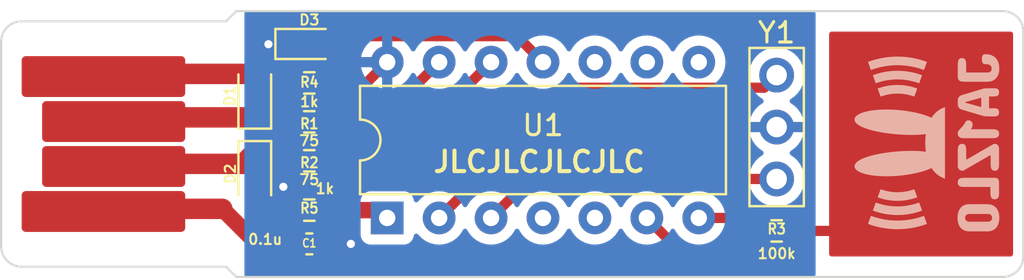
<source format=kicad_pcb>
(kicad_pcb (version 20221018) (generator pcbnew)
  (layers (0 "F.Cu" signal) (31 "B.Cu" signal) (34 "B.Paste" user) (35 "F.Paste" user) (36 "B.SilkS" user "B.Silkscreen") (37 "F.SilkS" user "F.Silkscreen") (38 "B.Mask" user) (39 "F.Mask" user) (44 "Edge.Cuts" user))
  (net 0 "")
  (net 1 "VCC")
  (net 2 "Net-(U1-XTAL1{slash}PB0)")
  (net 3 "Net-(U1-XTAL2{slash}PB1)")
  (net 6 "TOUCHPAD")
  (net 7 "Net-(U1-PA6)")
  (net 11 "Net-(D3-A)")
  (net 12 "Net-(U1-PA1)")
  (net 13 "Net-(U1-AREF{slash}PA0)")
  (net 14 "GND")
  (net 15 "Net-(D1-K)")
  (net 16 "Net-(D2-K)")
  (net 17 "Net-(D3-K)")
  (footprint "Connector_PinHeader_2.54mm:PinHeader_1x03_P2.54mm_Vertical" (layer "F.Cu") (at 51.435 24.13)
    (fp_text reference "Y1")
    (fp_text value "20MHz")
  )
  (footprint "Resistor_SMD:R_0603_1608Metric_Pad0.98x0.95mm_HandSolder" (layer "F.Cu") (at 28.575 28.321)
    (fp_text reference "R2")
    (fp_text value "75")
  )
  (footprint "LED_SMD:LED_0603_1608Metric_Pad1.05x0.95mm_HandSolder" (layer "F.Cu") (at 28.575 22.606)
    (fp_text reference "D3")
    (fp_text value "LED")
  )
  (footprint "Package_DIP:DIP-14_W7.62mm" (layer "F.Cu") (at 32.385 31.115 90)
    (fp_text reference "U1")
    (fp_text value "ATtiny44A-P")
  )
  (footprint "Capacitor_SMD:C_0603_1608Metric_Pad1.08x0.95mm_HandSolder" (layer "F.Cu") (at 28.575 32.385)
    (fp_text reference "C1")
    (fp_text value "0.1u")
  )
  (footprint "Resistor_SMD:R_0603_1608Metric_Pad0.98x0.95mm_HandSolder" (layer "F.Cu") (at 51.435 31.75 180)
    (fp_text reference "R3")
    (fp_text value "100k")
  )
  (footprint "Library:USB-A_Connector_Direct" (layer "F.Cu") (at 19.005 27.5 90)
    (fp_text reference "J1" hide)
    (fp_text value "USB_A" hide)
  )
  (footprint "Resistor_SMD:R_0603_1608Metric_Pad0.98x0.95mm_HandSolder" (layer "F.Cu") (at 28.575 24.511)
    (fp_text reference "R4")
    (fp_text value "1k")
  )
  (footprint "Resistor_SMD:R_0603_1608Metric_Pad0.98x0.95mm_HandSolder" (layer "F.Cu") (at 28.575 30.734 180)
    (fp_text reference "R5")
    (fp_text value "1k")
  )
  (footprint "Library:D_UMD2" (layer "F.Cu") (at 25.908 28.956 -90)
    (fp_text reference "D2")
    (fp_text value "D_Zener")
  )
  (footprint "Resistor_SMD:R_0603_1608Metric_Pad0.98x0.95mm_HandSolder" (layer "F.Cu") (at 28.575 26.416)
    (fp_text reference "R1")
    (fp_text value "75")
  )
  (footprint "Library:D_UMD2" (layer "F.Cu") (at 25.908 25.146 90)
    (fp_text reference "D1")
    (fp_text value "D_Zener")
  )
  (gr_poly (pts (xy 56.071947 23.423811) (xy 56.245566 23.372404) (xy 56.422092 23.328135) (xy 56.511406 23.308765) (xy 56.601401 23.291285) (xy 56.692061 23.27573) (xy 56.783372 23.262135) (xy 56.875317 23.250535) (xy 56.967881 23.240965) (xy 57.061049 23.233461) (xy 57.154806 23.228058) (xy 57.249137 23.22479) (xy 57.344025 23.223693) (xy 57.438889 23.22479) (xy 57.533198 23.228058) (xy 57.626936 23.23346) (xy 57.720089 23.240963) (xy 57.81264 23.250531) (xy 57.904574 23.262128) (xy 57.995875 23.275718) (xy 58.086528 23.291268) (xy 58.176518 23.308741) (xy 58.265828 23.328101) (xy 58.354443 23.349315) (xy 58.442348 23.372346) (xy 58.529527 23.397159) (xy 58.615965 23.423718) (xy 58.786554 23.481936) (xy 58.642273 23.87826) (xy 58.488742 23.825857) (xy 58.332491 23.779614) (xy 58.17363 23.739785) (xy 58.093255 23.722356) (xy 58.012269 23.706625) (xy 57.930686 23.692627) (xy 57.848519 23.680391) (xy 57.765781 23.66995) (xy 57.682488 23.661335) (xy 57.598652 23.65458) (xy 57.514287 23.649715) (xy 57.429406 23.646773) (xy 57.344025 23.645785) (xy 57.258619 23.646773) (xy 57.173717 23.649715) (xy 57.089334 23.65458) (xy 57.005482 23.661335) (xy 56.922175 23.66995) (xy 56.839427 23.680391) (xy 56.757251 23.692627) (xy 56.67566 23.706625) (xy 56.594668 23.722356) (xy 56.514289 23.739785) (xy 56.434537 23.758882) (xy 56.355424 23.779614) (xy 56.276964 23.80195) (xy 56.199171 23.825857) (xy 56.045639 23.87826) (xy 55.901359 23.482075)) (fill solid) (layer "B.SilkS"))
  (gr_poly (pts (xy 55.901359 23.482075) (xy 55.901358 23.482075) (xy 55.901358 23.482074)) (fill solid) (layer "B.SilkS"))
  (gr_poly (pts (xy 55.245 26.285) (xy 55.250569 26.252792) (xy 55.261475 26.221481) (xy 55.277584 26.191093) (xy 55.298759 26.161658) (xy 55.355768 26.105756) (xy 55.43142 26.054) (xy 55.524631 26.006615) (xy 55.634319 25.963826) (xy 55.7594 25.925856) (xy 55.898792 25.892932) (xy 56.051411 25.865276) (xy 56.216175 25.843115) (xy 56.392 25.826672) (xy 56.577804 25.816173) (xy 56.772504 25.811842) (xy 56.975016 25.813903) (xy 57.184258 25.822582) (xy 57.399147 25.838103) (xy 57.613465 25.860135) (xy 57.821032 25.887923) (xy 58.020822 25.921058) (xy 58.211807 25.959132) (xy 58.39296 26.001734) (xy 58.563253 26.048456) (xy 58.72166 26.098889) (xy 58.796084 26.125369) (xy 58.867152 26.152623) (xy 58.934735 26.1806) (xy 58.998703 26.209249) (xy 59.05893 26.238519) (xy 59.115286 26.268359) (xy 59.167643 26.298717) (xy 59.215872 26.329542) (xy 59.259846 26.360784) (xy 59.299436 26.392391) (xy 59.334513 26.424311) (xy 59.364949 26.456494) (xy 59.390615 26.488889) (xy 59.411384 26.521444) (xy 59.427127 26.554109) (xy 59.437715 26.586832) (xy 59.443019 26.619562) (xy 59.442913 26.652247) (xy 59.437321 26.684235) (xy 59.426348 26.714903) (xy 59.410131 26.744254) (xy 59.38881 26.772286) (xy 59.331406 26.824395) (xy 59.255241 26.871232) (xy 59.161423 26.912798) (xy 59.051057 26.949092) (xy 58.92525 26.980115) (xy 58.785107 27.005869) (xy 58.631735 27.026353) (xy 58.46624 27.041568) (xy 58.289728 27.051515) (xy 58.103306 27.056195) (xy 57.908079 27.055608) (xy 57.705155 27.049754) (xy 57.495638 27.038635) (xy 57.280636 27.02225) (xy 57.066409 27.001082) (xy 56.859099 26.975734) (xy 56.65971 26.946391) (xy 56.469245 26.913236) (xy 56.288708 26.876453) (xy 56.119102 26.836227) (xy 55.96143 26.79274) (xy 55.816696 26.746177) (xy 55.749494 26.7218) (xy 55.685903 26.696722) (xy 55.626048 26.670967) (xy 55.570055 26.644559) (xy 55.518048 26.617519) (xy 55.470155 26.589871) (xy 55.426499 26.561637) (xy 55.387207 26.532842) (xy 55.352403 26.503508) (xy 55.322214 26.473657) (xy 55.296764 26.443313) (xy 55.276179 26.412499) (xy 55.260585 26.381238) (xy 55.250107 26.349552) (xy 55.24487 26.317465)) (fill solid) (layer "B.SilkS"))
  (gr_poly (pts (xy 55.250107 28.540925) (xy 55.260585 28.509239) (xy 55.276179 28.477978) (xy 55.296764 28.447164) (xy 55.322213 28.41682) (xy 55.352403 28.386969) (xy 55.387206 28.357635) (xy 55.426499 28.328839) (xy 55.470155 28.300606) (xy 55.518048 28.272958) (xy 55.570054 28.245918) (xy 55.626048 28.219509) (xy 55.685903 28.193754) (xy 55.749494 28.168677) (xy 55.816695 28.144299) (xy 55.961429 28.097736) (xy 56.119101 28.05425) (xy 56.288708 28.014023) (xy 56.469245 27.97724) (xy 56.65971 27.944085) (xy 56.859099 27.914742) (xy 57.066409 27.889395) (xy 57.280636 27.868227) (xy 57.495638 27.851842) (xy 57.705155 27.840723) (xy 57.908079 27.834869) (xy 58.103306 27.834282) (xy 58.289728 27.838962) (xy 58.46624 27.848909) (xy 58.631735 27.864124) (xy 58.785107 27.884608) (xy 58.92525 27.910362) (xy 59.051057 27.941385) (xy 59.161423 27.977679) (xy 59.255241 28.019245) (xy 59.331406 28.066082) (xy 59.38881 28.118191) (xy 59.410131 28.146223) (xy 59.426348 28.175574) (xy 59.437321 28.206242) (xy 59.442913 28.23823) (xy 59.443019 28.270916) (xy 59.437715 28.303647) (xy 59.427127 28.336371) (xy 59.411384 28.369038) (xy 59.390615 28.401596) (xy 59.364949 28.433995) (xy 59.334513 28.466182) (xy 59.299436 28.498106) (xy 59.259846 28.529717) (xy 59.215872 28.560963) (xy 59.167642 28.591792) (xy 59.115285 28.622155) (xy 59.05893 28.651998) (xy 58.998703 28.681272) (xy 58.934734 28.709925) (xy 58.867152 28.737906) (xy 58.796084 28.765163) (xy 58.72166 28.791646) (xy 58.563253 28.842082) (xy 58.39296 28.888804) (xy 58.211807 28.931404) (xy 58.020822 28.96947) (xy 57.821032 29.002594) (xy 57.613465 29.030365) (xy 57.399147 29.052374) (xy 57.184258 29.067895) (xy 56.975016 29.076574) (xy 56.772504 29.078635) (xy 56.577804 29.074304) (xy 56.392 29.063805) (xy 56.216175 29.047362) (xy 56.051411 29.025201) (xy 55.898792 28.997545) (xy 55.7594 28.96462) (xy 55.634319 28.926651) (xy 55.524631 28.883861) (xy 55.43142 28.836476) (xy 55.355768 28.784721) (xy 55.298759 28.728819) (xy 55.277584 28.699384) (xy 55.261475 28.668996) (xy 55.250569 28.637684) (xy 55.245 28.605477) (xy 55.24487 28.573011)) (fill solid) (layer "B.SilkS"))
  (gr_poly (pts (xy 60.294972 26.984143) (xy 60.295097 26.973383) (xy 60.295274 26.963735) (xy 60.295476 26.95521) (xy 60.295657 26.951373) (xy 60.295887 26.947612) (xy 60.296166 26.943925) (xy 60.296492 26.94031) (xy 60.296864 26.936767) (xy 60.297278 26.933293) (xy 60.297735 26.929887) (xy 60.298232 26.926547) (xy 60.29884 26.92335) (xy 60.299526 26.920163) (xy 60.300293 26.916986) (xy 60.301143 26.913818) (xy 60.302077 26.910655) (xy 60.303096 26.907498) (xy 60.304202 26.904344) (xy 60.305398 26.901191) (xy 60.306676 26.89811) (xy 60.308029 26.894964) (xy 60.310944 26.888479) (xy 60.314118 26.881735) (xy 60.317525 26.874733) (xy 60.319046 26.8716) (xy 60.320715 26.868403) (xy 60.322532 26.865141) (xy 60.324497 26.861814) (xy 60.326608 26.858423) (xy 60.328866 26.854967) (xy 60.33382 26.847861) (xy 60.339355 26.840497) (xy 60.345468 26.832875) (xy 60.352157 26.824994) (xy 60.359417 26.816855) (xy 60.375387 26.799595) (xy 60.39292 26.780889) (xy 60.41203 26.760735) (xy 60.432728 26.739134) (xy 60.454409 26.716011) (xy 60.476877 26.691299) (xy 60.500147 26.665011) (xy 60.52423 26.637159) (xy 60.536497 26.622709) (xy 60.548701 26.607781) (xy 60.560844 26.592376) (xy 60.572926 26.576492) (xy 60.584951 26.56013) (xy 60.596919 26.54329) (xy 60.608833 26.525972) (xy 60.620693 26.508176) (xy 60.63002 26.491277) (xy 60.639193 26.474896) (xy 60.64821 26.459031) (xy 60.657072 26.443683) (xy 60.661427 26.436203) (xy 60.665911 26.428953) (xy 60.670529 26.421933) (xy 60.67528 26.415141) (xy 60.680167 26.408574) (xy 60.685191 26.402232) (xy 60.690354 26.396113) (xy 60.695658 26.390215) (xy 60.698377 26.38736) (xy 60.701161 26.384582) (xy 60.70401 26.381882) (xy 60.706923 26.37926) (xy 60.709901 26.376715) (xy 60.712944 26.374247) (xy 60.716051 26.371857) (xy 60.719222 26.369545) (xy 60.722458 26.36731) (xy 60.725759 26.365152) (xy 60.729125 26.363072) (xy 60.732555 26.36107) (xy 60.736049 26.359145) (xy 60.739609 26.357298) (xy 60.743232 26.355528) (xy 60.746921 26.353835) (xy 60.750683 26.352285) (xy 60.75453 26.350837) (xy 60.758459 26.349493) (xy 60.762471 26.34825) (xy 60.766565 26.347109) (xy 60.770742 26.346069) (xy 60.775 26.34513) (xy 60.779339 26.344292) (xy 60.783759 26.343554) (xy 60.788259 26.342916) (xy 60.792839 26.342376) (xy 60.797499 26.341936) (xy 60.802238 26.341595) (xy 60.807055 26.341351) (xy 60.816925 26.341157) (xy 60.821947 26.341215) (xy 60.826937 26.341389) (xy 60.831896 26.34168) (xy 60.836822 26.342087) (xy 60.841718 26.34261) (xy 60.846582 26.34325) (xy 60.851414 26.344006) (xy 60.856216 26.344878) (xy 60.860988 26.345866) (xy 60.865728 26.346971) (xy 60.870439 26.348192) (xy 60.875119 26.349529) (xy 60.87977 26.350982) (xy 60.884391 26.352552) (xy 60.888982 26.354238) (xy 60.893544 26.35604) (xy 60.898008 26.357994) (xy 60.902407 26.360032) (xy 60.906743 26.362154) (xy 60.911015 26.36436) (xy 60.915224 26.36665) (xy 60.919371 26.369024) (xy 60.923455 26.371482) (xy 60.927478 26.374024) (xy 60.931439 26.376649) (xy 60.93534 26.379359) (xy 60.93918 26.382153) (xy 60.942959 26.385031) (xy 60.946679 26.387993) (xy 60.95034 26.391038) (xy 60.953942 26.394168) (xy 60.957485 26.397382) (xy 60.960954 26.400653) (xy 60.964332 26.404009) (xy 60.96762 26.407448) (xy 60.970817 26.41097) (xy 60.973924 26.414576) (xy 60.976941 26.418264) (xy 60.979867 26.422036) (xy 60.982703 26.425889) (xy 60.985448 26.429826) (xy 60.988103 26.433844) (xy 60.990667 26.437944) (xy 60.993141 26.442126) (xy 60.995525 26.44639) (xy 60.997818 26.450735) (xy 61.000021 26.455161) (xy 61.002133 26.459669) (xy 61.004136 26.464295) (xy 61.006009 26.468976) (xy 61.007753 26.473712) (xy 61.009368 26.478502) (xy 61.010854 26.483346) (xy 61.01221 26.488244) (xy 61.013437 26.493196) (xy 61.014535 26.498201) (xy 61.015504 26.50326) (xy 61.016344 26.508372) (xy 61.017055 26.513536) (xy 61.017636 26.518754) (xy 61.018088 26.524023) (xy 61.018411 26.529346) (xy 61.018605 26.53472) (xy 61.018669 26.540146) (xy 61.018576 26.549628) (xy 61.018294 26.558955) (xy 61.017825 26.568127) (xy 61.017167 26.577142) (xy 61.016319 26.586) (xy 61.015283 26.594701) (xy 61.014057 26.603245) (xy 61.012641 26.611631) (xy 61.011034 26.619859) (xy 61.009236 26.627928) (xy 61.007247 26.635838) (xy 61.005066 26.643589) (xy 61.002693 26.65118) (xy 61.000127 26.65861) (xy 60.997368 26.66588) (xy 60.994416 26.672988) (xy 60.991244 26.679981) (xy 60.987931 26.686903) (xy 60.984475 26.693755) (xy 60.980877 26.700536) (xy 60.977137 26.707249) (xy 60.973254 26.713892) (xy 60.96923 26.720467) (xy 60.965064 26.726973) (xy 60.960755 26.733412) (xy 60.956305 26.739783) (xy 60.951712 26.746087) (xy 60.946977 26.752325) (xy 60.9421 26.758496) (xy 60.937081 26.764602) (xy 60.93192 26.770642) (xy 60.926617 26.776617) (xy 61.973373 26.776617) (xy 61.989342 26.776701) (xy 62.00521 26.776955) (xy 62.020982 26.77738) (xy 62.03666 26.777978) (xy 62.052247 26.77875) (xy 62.067747 26.779698) (xy 62.083163 26.780824) (xy 62.098499 26.782129) (xy 62.106095 26.782941) (xy 62.113589 26.78388) (xy 62.120978 26.784944) (xy 62.128265 26.786134) (xy 62.135448 26.78745) (xy 62.142527 26.788892) (xy 62.149504 26.79046) (xy 62.156377 26.792154) (xy 62.163146 26.793974) (xy 62.169813 26.79592) (xy 62.176375 26.797992) (xy 62.182835 26.80019) (xy 62.189191 26.802514) (xy 62.195444 26.804964) (xy 62.201593 26.807539) (xy 62.207639 26.810241) (xy 62.213511 26.813138) (xy 62.219241 26.816196) (xy 62.22483 26.819416) (xy 62.230278 26.822796) (xy 62.235585 26.826337) (xy 62.240753 26.830039) (xy 62.24578 26.8339) (xy 62.250668 26.837922) (xy 62.255418 26.842104) (xy 62.260029 26.846445) (xy 62.264502 26.850946) (xy 62.268837 26.855606) (xy 62.273035 26.860425) (xy 62.277096 26.865403) (xy 62.28102 26.87054) (xy 62.284809 26.875835) (xy 62.288362 26.881392) (xy 62.291683 26.88721) (xy 62.294771 26.89329) (xy 62.297629 26.89963) (xy 62.300256 26.906232) (xy 62.302652 26.913093) (xy 62.304818 26.920216) (xy 62.306754 26.927598) (xy 62.308462 26.93524) (xy 62.30994 26.943143) (xy 62.311189 26.951304) (xy 62.312211 26.959726) (xy 62.313005 26.968406) (xy 62.313571 26.977345) (xy 62.313911 26.986543) (xy 62.314024 26.996) (xy 62.313911 27.005233) (xy 62.313571 27.014222) (xy 62.313005 27.02297) (xy 62.312211 27.031474) (xy 62.311189 27.039735) (xy 62.30994 27.047753) (xy 62.308462 27.055528) (xy 62.306754 27.063059) (xy 62.304818 27.070346) (xy 62.302652 27.077389) (xy 62.300256 27.084188) (xy 62.297629 27.090743) (xy 62.294771 27.097052) (xy 62.291683 27.103117) (xy 62.288362 27.108937) (xy 62.284809 27.114512) (xy 62.28102 27.119931) (xy 62.277096 27.125183) (xy 62.273035 27.130267) (xy 62.268837 27.135184) (xy 62.264502 27.139934) (xy 62.260029 27.144517) (xy 62.255418 27.148933) (xy 62.250668 27.153183) (xy 62.24578 27.157266) (xy 62.240753 27.161183) (xy 62.235585 27.164934) (xy 62.230278 27.16852) (xy 62.22483 27.17194) (xy 62.219241 27.175194) (xy 62.213511 27.178284) (xy 62.207639 27.181208) (xy 62.201593 27.183959) (xy 62.195444 27.186576) (xy 62.189191 27.189062) (xy 62.182835 27.191414) (xy 62.176375 27.193635) (xy 62.169813 27.195723) (xy 62.163146 27.197679) (xy 62.156377 27.199502) (xy 62.142527 27.202751) (xy 62.128265 27.20547) (xy 62.113589 27.20766) (xy 62.098499 27.20932) (xy 62.067747 27.211693) (xy 62.052247 27.212639) (xy 62.036659 27.21342) (xy 62.020981 27.214033) (xy 62.00521 27.214475) (xy 61.989342 27.214743) (xy 61.973373 27.214833) (xy 60.635024 27.214833) (xy 60.619637 27.214743) (xy 60.604277 27.214475) (xy 60.588942 27.214033) (xy 60.573632 27.21342) (xy 60.558349 27.212639) (xy 60.543092 27.211693) (xy 60.512655 27.20932) (xy 60.505132 27.208557) (xy 60.497708 27.20766) (xy 60.49038 27.206632) (xy 60.48315 27.20547) (xy 60.476017 27.204177) (xy 60.468982 27.202751) (xy 60.462046 27.201193) (xy 60.455208 27.199502) (xy 60.448468 27.197679) (xy 60.441827 27.195723) (xy 60.435285 27.193635) (xy 60.428842 27.191414) (xy 60.422498 27.189062) (xy 60.416254 27.186576) (xy 60.41011 27.183959) (xy 60.404065 27.181208) (xy 60.398089 27.178284) (xy 60.392251 27.175194) (xy 60.386553 27.17194) (xy 60.380994 27.16852) (xy 60.375575 27.164934) (xy 60.370295 27.161183) (xy 60.365156 27.157266) (xy 60.360157 27.153183) (xy 60.355299 27.148933) (xy 60.350581 27.144517) (xy 60.346005 27.139934) (xy 60.341569 27.135184) (xy 60.337275 27.130267) (xy 60.333122 27.125183) (xy 60.329111 27.119931) (xy 60.325241 27.114512) (xy 60.321585 27.108937) (xy 60.318162 27.103117) (xy 60.314972 27.097052) (xy 60.312016 27.090743) (xy 60.309295 27.084188) (xy 60.306807 27.077389) (xy 60.304555 27.070346) (xy 60.302538 27.063059) (xy 60.300757 27.055528) (xy 60.299212 27.047753) (xy 60.297904 27.039735) (xy 60.296832 27.031474) (xy 60.295998 27.02297) (xy 60.295402 27.014222) (xy 60.295044 27.005233) (xy 60.294925 26.996)) (fill solid) (layer "B.SilkS"))
  (gr_poly (pts (xy 56.045777 31.012218) (xy 56.199263 31.06462) (xy 56.355482 31.110863) (xy 56.514323 31.150693) (xy 56.594693 31.168122) (xy 56.675678 31.183852) (xy 56.757263 31.197851) (xy 56.839435 31.210087) (xy 56.92218 31.220528) (xy 57.005485 31.229142) (xy 57.089335 31.235897) (xy 57.173718 31.240762) (xy 57.258619 31.243704) (xy 57.344025 31.244692) (xy 57.429407 31.243704) (xy 57.514287 31.240762) (xy 57.598651 31.235897) (xy 57.682486 31.229142) (xy 57.765778 31.220528) (xy 57.848512 31.210087) (xy 57.930675 31.197851) (xy 58.012252 31.183852) (xy 58.093231 31.168122) (xy 58.173597 31.150693) (xy 58.253335 31.131596) (xy 58.332433 31.110863) (xy 58.410876 31.088528) (xy 58.48865 31.06462) (xy 58.642136 31.012218) (xy 58.786416 31.408541) (xy 58.615833 31.466759) (xy 58.442232 31.518132) (xy 58.265734 31.562376) (xy 58.176436 31.581737) (xy 58.08646 31.59921) (xy 57.99582 31.614759) (xy 57.904531 31.62835) (xy 57.812608 31.639947) (xy 57.720068 31.649514) (xy 57.626924 31.657017) (xy 57.533192 31.66242) (xy 57.438888 31.665688) (xy 57.344025 31.666785) (xy 57.249137 31.665688) (xy 57.154807 31.66242) (xy 57.061051 31.657017) (xy 56.967884 31.649514) (xy 56.875321 31.639947) (xy 56.783379 31.62835) (xy 56.692073 31.614759) (xy 56.601418 31.59921) (xy 56.511431 31.581737) (xy 56.422125 31.562376) (xy 56.333518 31.541162) (xy 56.245624 31.518132) (xy 56.15846 31.493319) (xy 56.07204 31.466759) (xy 55.901496 31.408541)) (fill solid) (layer "B.SilkS"))
  (gr_poly (pts (xy 60.295013 25.379556) (xy 60.29528 25.369767) (xy 60.295723 25.360205) (xy 60.296343 25.350871) (xy 60.297141 25.341763) (xy 60.298115 25.332884) (xy 60.299265 25.324234) (xy 60.300592 25.315812) (xy 60.302094 25.30762) (xy 60.303773 25.299658) (xy 60.305627 25.291925) (xy 60.307656 25.284423) (xy 60.309861 25.277153) (xy 60.312241 25.270113) (xy 60.314795 25.263305) (xy 60.317525 25.256729) (xy 60.320347 25.250315) (xy 60.323286 25.244043) (xy 60.326341 25.237913) (xy 60.329511 25.231927) (xy 60.332797 25.226083) (xy 60.336198 25.220382) (xy 60.339715 25.214825) (xy 60.343346 25.209411) (xy 60.347091 25.204141) (xy 60.350951 25.199014) (xy 60.354926 25.194032) (xy 60.359014 25.189194) (xy 60.363217 25.184501) (xy 60.367533 25.179953) (xy 60.371962 25.175549) (xy 60.376505 25.171291) (xy 60.381107 25.167205) (xy 60.385819 25.163217) (xy 60.39064 25.159326) (xy 60.395569 25.155534) (xy 60.400606 25.15184) (xy 60.405752 25.148245) (xy 60.411005 25.144749) (xy 60.416364 25.141353) (xy 60.421831 25.138057) (xy 60.427403 25.134862) (xy 60.433081 25.131767) (xy 60.438865 25.128774) (xy 60.444753 25.125883) (xy 60.450747 25.123094) (xy 60.456844 25.120407) (xy 60.463045 25.117823) (xy 60.475511 25.112947) (xy 60.488104 25.108239) (xy 60.500819 25.103703) (xy 60.513653 25.09934) (xy 60.526604 25.095151) (xy 60.539668 25.091138) (xy 60.552842 25.087303) (xy 60.566122 25.083648) (xy 60.819561 25.009612) (xy 61.075996 24.932063) (xy 61.331811 24.854463) (xy 61.584215 24.78048) (xy 61.631758 24.779205) (xy 61.681782 24.777724) (xy 61.784858 24.774416) (xy 61.836431 24.773383) (xy 61.887384 24.772763) (xy 61.936183 24.772332) (xy 61.982193 24.772211) (xy 62.025738 24.772211) (xy 62.052817 24.772371) (xy 62.079482 24.772866) (xy 62.105734 24.773723) (xy 62.131572 24.774968) (xy 62.137941 24.775366) (xy 62.144232 24.775891) (xy 62.150447 24.776542) (xy 62.156583 24.777319) (xy 62.162642 24.778222) (xy 62.168624 24.77925) (xy 62.174528 24.780405) (xy 62.180355 24.781685) (xy 62.186104 24.783092) (xy 62.191775 24.784625) (xy 62.197369 24.786283) (xy 62.202886 24.788067) (xy 62.208325 24.789978) (xy 62.213686 24.792014) (xy 62.21897 24.794176) (xy 62.224176 24.796464) (xy 62.229228 24.798875) (xy 62.23415 24.801457) (xy 62.238944 24.80421) (xy 62.243611 24.807134) (xy 62.248149 24.810227) (xy 62.252561 24.813491) (xy 62.256846 24.816925) (xy 62.261004 24.820529) (xy 62.265036 24.824302) (xy 62.268943 24.828244) (xy 62.272725 24.832356) (xy 62.276382 24.836637) (xy 62.279915 24.841086) (xy 62.283324 24.845704) (xy 62.286609 24.85049) (xy 62.289771 24.855445) (xy 62.292723 24.860669) (xy 62.295482 24.866161) (xy 62.298047 24.871921) (xy 62.300421 24.87795) (xy 62.302601 24.884246) (xy 62.304591 24.890811) (xy 62.306388 24.897643) (xy 62.307995 24.904744) (xy 62.309411 24.912113) (xy 62.310638 24.91975) (xy 62.311674 24.927654) (xy 62.312521 24.935827) (xy 62.313179 24.944269) (xy 62.313649 24.952978) (xy 62.31393 24.961955) (xy 62.314024 24.9712) (xy 62.31393 24.98042) (xy 62.313649 24.989371) (xy 62.313179 24.998053) (xy 62.312521 25.006467) (xy 62.311674 25.014612) (xy 62.310638 25.022488) (xy 62.309411 25.030095) (xy 62.307995 25.037432) (xy 62.306388 25.044499) (xy 62.304591 25.051297) (xy 62.302601 25.057824) (xy 62.300421 25.064082) (xy 62.298047 25.070068) (xy 62.295482 25.075785) (xy 62.292723 25.08123) (xy 62.289771 25.086404) (xy 62.28661 25.091336) (xy 62.28333 25.096106) (xy 62.27993 25.100715) (xy 62.27641 25.105162) (xy 62.27277 25.109448) (xy 62.269009 25.113573) (xy 62.265127 25.117535) (xy 62.261125 25.121337) (xy 62.257001 25.124977) (xy 62.252756 25.128455) (xy 62.24839 25.131772) (xy 62.243901 25.134928) (xy 62.239291 25.137922) (xy 62.234559 25.140754) (xy 62.229705 25.143425) (xy 62.224727 25.145935) (xy 62.219594 25.148351) (xy 62.214373 25.150637) (xy 62.209065 25.152795) (xy 62.203669 25.154823) (xy 62.198187 25.156722) (xy 62.192617 25.158492) (xy 62.18696 25.160133) (xy 62.181216 25.161644) (xy 62.175384 25.163027) (xy 62.169466 25.16428) (xy 62.16346 25.165404) (xy 62.157367 25.166399) (xy 62.151187 25.167264) (xy 62.144919 25.168001) (xy 62.138565 25.168608) (xy 62.132123 25.169086) (xy 62.106082 25.170735) (xy 62.079654 25.171945) (xy 62.052865 25.17269) (xy 62.025738 25.172944) (xy 61.823443 25.172944) (xy 61.823443 25.750066) (xy 62.025738 25.750066) (xy 62.052865 25.750273) (xy 62.079654 25.750893) (xy 62.106082 25.751926) (xy 62.132123 25.753374) (xy 62.138565 25.7539) (xy 62.144919 25.754549) (xy 62.151187 25.755321) (xy 62.157367 25.756215) (xy 62.16346 25.757233) (xy 62.169466 25.758373) (xy 62.175384 25.759636) (xy 62.181216 25.761021) (xy 62.18696 25.76253) (xy 62.192617 25.764161) (xy 62.198187 25.765914) (xy 62.203669 25.767791) (xy 62.209065 25.76979) (xy 62.214373 25.771912) (xy 62.219594 25.774157) (xy 62.224727 25.776524) (xy 62.229705 25.779009) (xy 62.234559 25.78166) (xy 62.239291 25.784474) (xy 62.243901 25.787454) (xy 62.24839 25.790598) (xy 62.252756 25.793907) (xy 62.257001 25.797381) (xy 62.261125 25.801019) (xy 62.265127 25.804822) (xy 62.269009 25.80879) (xy 62.27277 25.812922) (xy 62.27641 25.81722) (xy 62.27993 25.821682) (xy 62.28333 25.826308) (xy 62.28661 25.8311) (xy 62.289771 25.836056) (xy 62.292723 25.84128) (xy 62.295482 25.846772) (xy 62.298047 25.852533) (xy 62.300421 25.858561) (xy 62.302601 25.864857) (xy 62.304591 25.871422) (xy 62.306388 25.878254) (xy 62.307995 25.885355) (xy 62.309411 25.892724) (xy 62.310638 25.900361) (xy 62.311674 25.908265) (xy 62.312521 25.916438) (xy 62.313179 25.924879) (xy 62.313649 25.933588) (xy 62.31393 25.942566) (xy 62.314024 25.951811) (xy 62.31393 25.960904) (xy 62.313649 25.969736) (xy 62.313179 25.978306) (xy 62.312521 25.986615) (xy 62.311674 25.994662) (xy 62.310638 26.002447) (xy 62.309411 26.009971) (xy 62.307995 26.017233) (xy 62.306388 26.024234) (xy 62.304591 26.030972) (xy 62.302601 26.03745) (xy 62.300421 26.043665) (xy 62.298047 26.04962) (xy 62.295482 26.055312) (xy 62.292723 26.060743) (xy 62.289771 26.065912) (xy 62.286609 26.070842) (xy 62.283324 26.075608) (xy 62.279915 26.080208) (xy 62.276382 26.084643) (xy 62.272725 26.088912) (xy 62.268943 26.093016) (xy 62.265036 26.096953) (xy 62.261004 26.100725) (xy 62.256846 26.10433) (xy 62.252561 26.107769) (xy 62.248149 26.111041) (xy 62.243611 26.114146) (xy 62.238944 26.117084) (xy 62.23415 26.119854) (xy 62.229228 26.122457) (xy 62.224176 26.124892) (xy 62.21897 26.127159) (xy 62.213686 26.12931) (xy 62.208325 26.131343) (xy 62.202886 26.133259) (xy 62.197369 26.135057) (xy 62.191775 26.136737) (xy 62.186104 26.138298) (xy 62.180355 26.13974) (xy 62.174528 26.141063) (xy 62.168624 26.142266) (xy 62.162642 26.143348) (xy 62.156583 26.14431) (xy 62.150447 26.14515) (xy 62.144232 26.145869) (xy 62.131572 26.146941) (xy 62.105734 26.14859) (xy 62.079482 26.1498) (xy 62.052817 26.150546) (xy 62.025738 26.1508) (xy 61.982193 26.1508) (xy 61.934131 26.150517) (xy 61.88523 26.14968) (xy 61.835477 26.148299) (xy 61.784858 26.146389) (xy 61.584215 26.139224) (xy 61.443105 26.097662) (xy 61.443105 25.692189) (xy 61.443105 25.233578) (xy 60.669751 25.446898) (xy 60.669751 25.478868) (xy 61.443105 25.692189) (xy 61.443105 26.097662) (xy 60.566122 25.839363) (xy 60.539668 25.831119) (xy 60.513653 25.822499) (xy 60.488104 25.813493) (xy 60.475511 25.80884) (xy 60.463045 25.804085) (xy 60.456844 25.801601) (xy 60.450747 25.799008) (xy 60.444753 25.796305) (xy 60.438865 25.793491) (xy 60.433081 25.790568) (xy 60.427403 25.787536) (xy 60.421831 25.784393) (xy 60.416364 25.781141) (xy 60.411005 25.777778) (xy 60.405752 25.774306) (xy 60.400606 25.770725) (xy 60.395569 25.767033) (xy 60.39064 25.763231) (xy 60.385819 25.75932) (xy 60.381107 25.755299) (xy 60.376505 25.751168) (xy 60.371962 25.746957) (xy 60.367533 25.74259) (xy 60.363217 25.738068) (xy 60.359014 25.733392) (xy 60.354926 25.72856) (xy 60.350951 25.723573) (xy 60.347091 25.718431) (xy 60.343346 25.713135) (xy 60.339715 25.707683) (xy 60.336198 25.702076) (xy 60.332797 25.696314) (xy 60.329511 25.690397) (xy 60.326341 25.684325) (xy 60.323286 25.678098) (xy 60.320347 25.671716) (xy 60.317525 25.665179) (xy 60.314795 25.658513) (xy 60.312241 25.651639) (xy 60.309861 25.644558) (xy 60.307656 25.63727) (xy 60.305627 25.629772) (xy 60.303773 25.622067) (xy 60.302094 25.614151) (xy 60.300592 25.606027) (xy 60.299265 25.597692) (xy 60.298115 25.589148) (xy 60.297141 25.580392) (xy 60.296343 25.571425) (xy 60.29528 25.552857) (xy 60.294925 25.533439) (xy 60.294925 25.389572)) (fill solid) (layer "B.SilkS"))
  (gr_poly (pts (xy 56.519684 29.709973) (xy 56.617159 29.743258) (xy 56.71637 29.772624) (xy 56.817245 29.797911) (xy 56.868283 29.808974) (xy 56.91971 29.818958) (xy 56.971517 29.827843) (xy 57.023694 29.835607) (xy 57.076232 29.842232) (xy 57.129122 29.847697) (xy 57.182356 29.851982) (xy 57.235924 29.855068) (xy 57.289817 29.856934) (xy 57.344025 29.857561) (xy 57.398232 29.856934) (xy 57.452121 29.855068) (xy 57.505682 29.851982) (xy 57.558906 29.847697) (xy 57.611786 29.842232) (xy 57.664313 29.835607) (xy 57.716477 29.827843) (xy 57.768271 29.818958) (xy 57.819685 29.808974) (xy 57.870711 29.797911) (xy 57.92134 29.785787) (xy 57.971564 29.772624) (xy 58.021373 29.758441) (xy 58.070759 29.743258) (xy 58.168229 29.709973) (xy 58.312372 30.106296) (xy 58.19789 30.145403) (xy 58.081363 30.179914) (xy 57.962875 30.209638) (xy 57.902923 30.222645) (xy 57.842512 30.234385) (xy 57.781655 30.244832) (xy 57.720361 30.253964) (xy 57.65864 30.261756) (xy 57.596505 30.268185) (xy 57.533965 30.273227) (xy 57.471031 30.276858) (xy 57.407714 30.279054) (xy 57.344025 30.279791) (xy 57.280311 30.279054) (xy 57.216973 30.276858) (xy 57.15402 30.273227) (xy 57.091463 30.268185) (xy 57.029312 30.261756) (xy 56.967578 30.253964) (xy 56.90627 30.244832) (xy 56.8454 30.234385) (xy 56.784976 30.222645) (xy 56.725011 30.209638) (xy 56.665513 30.195386) (xy 56.606493 30.179914) (xy 56.547962 30.163245) (xy 56.48993 30.145403) (xy 56.375403 30.106296)) (fill solid) (layer "B.SilkS"))
  (gr_poly (pts (xy 60.295021 27.804354) (xy 60.29531 27.789884) (xy 60.295789 27.775415) (xy 60.296458 27.760945) (xy 60.297313 27.746476) (xy 60.298355 27.732007) (xy 60.29958 27.717537) (xy 60.300988 27.703068) (xy 60.301752 27.695925) (xy 60.302648 27.688863) (xy 60.303677 27.681881) (xy 60.304838 27.674979) (xy 60.306132 27.668158) (xy 60.307558 27.661416) (xy 60.309116 27.654753) (xy 60.310807 27.64817) (xy 60.31263 27.641666) (xy 60.314585 27.635241) (xy 60.316673 27.628895) (xy 60.318894 27.622627) (xy 60.321247 27.616438) (xy 60.323732 27.610326) (xy 60.32635 27.604293) (xy 60.3291 27.598337) (xy 60.33195 27.59254) (xy 60.334972 27.586878) (xy 60.338164 27.581351) (xy 60.341528 27.575959) (xy 60.345063 27.570702) (xy 60.348769 27.56558) (xy 60.352646 27.560592) (xy 60.356695 27.555739) (xy 60.360915 27.551019) (xy 60.365305 27.546433) (xy 60.369868 27.541981) (xy 60.374601 27.537663) (xy 60.379505 27.533477) (xy 60.384581 27.529425) (xy 60.389828 27.525505) (xy 60.395246 27.521718) (xy 60.40082 27.518166) (xy 60.40664 27.514845) (xy 60.412705 27.511756) (xy 60.419015 27.508898) (xy 60.425569 27.506272) (xy 60.432368 27.503875) (xy 60.439411 27.501709) (xy 60.446698 27.499773) (xy 60.454229 27.498066) (xy 60.462004 27.496588) (xy 60.470022 27.495338) (xy 60.478283 27.494317) (xy 60.486788 27.493523) (xy 60.495535 27.492957) (xy 60.504524 27.492617) (xy 60.513757 27.492504) (xy 60.521989 27.492617) (xy 60.529996 27.492957) (xy 60.537777 27.493523) (xy 60.545333 27.494317) (xy 60.552664 27.495338) (xy 60.559769 27.496588) (xy 60.566649 27.498066) (xy 60.573305 27.499773) (xy 60.579737 27.501709) (xy 60.585944 27.503875) (xy 60.591927 27.506272) (xy 60.597686 27.508898) (xy 60.603221 27.511756) (xy 60.608533 27.514845) (xy 60.613622 27.518166) (xy 60.618488 27.521718) (xy 60.623171 27.525505) (xy 60.627712 27.529425) (xy 60.632111 27.533477) (xy 60.636368 27.537663) (xy 60.640483 27.541981) (xy 60.644455 27.546433) (xy 60.648286 27.551019) (xy 60.651974 27.555739) (xy 60.65552 27.560592) (xy 60.658925 27.56558) (xy 60.662187 27.570702) (xy 60.665307 27.575959) (xy 60.668284 27.581351) (xy 60.67112 27.586878) (xy 60.673814 27.59254) (xy 60.676365 27.598337) (xy 60.68101 27.610326) (xy 60.68523 27.622627) (xy 60.689027 27.635241) (xy 60.692402 27.64817) (xy 60.695358 27.661416) (xy 60.697895 27.674979) (xy 60.700016 27.688863) (xy 60.701721 27.703068) (xy 60.703026 27.717537) (xy 60.704152 27.732007) (xy 60.7051 27.746476) (xy 60.705873 27.760945) (xy 60.706471 27.775415) (xy 60.706896 27.789884) (xy 60.707149 27.804354) (xy 60.707234 27.818823) (xy 60.707234 28.233888) (xy 60.730385 28.257038) (xy 62.019676 27.512899) (xy 62.022357 27.511281) (xy 62.025024 27.509734) (xy 62.027679 27.508259) (xy 62.030321 27.506857) (xy 62.03295 27.505527) (xy 62.035566 27.50427) (xy 62.038169 27.503087) (xy 62.040759 27.501978) (xy 62.043337 27.500943) (xy 62.045901 27.499982) (xy 62.048453 27.499097) (xy 62.050991 27.498287) (xy 62.053517 27.497553) (xy 62.05603 27.496896) (xy 62.05853 27.496315) (xy 62.061017 27.495811) (xy 62.065972 27.495036) (xy 62.071122 27.494364) (xy 62.076469 27.493796) (xy 62.082015 27.493331) (xy 62.087761 27.492969) (xy 62.093709 27.492711) (xy 62.09986 27.492556) (xy 62.106216 27.492504) (xy 62.111118 27.492565) (xy 62.116003 27.49275) (xy 62.120872 27.493058) (xy 62.125726 27.49349) (xy 62.130565 27.494047) (xy 62.135389 27.494728) (xy 62.140197 27.495534) (xy 62.144991 27.496466) (xy 62.14977 27.497524) (xy 62.154535 27.498708) (xy 62.159286 27.500019) (xy 62.164023 27.501457) (xy 62.168746 27.503023) (xy 62.173456 27.504716) (xy 62.178152 27.506538) (xy 62.182835 27.508489) (xy 62.187504 27.51053) (xy 62.192105 27.512675) (xy 62.196638 27.514924) (xy 62.201105 27.517276) (xy 62.205504 27.519733) (xy 62.209837 27.522294) (xy 62.214103 27.52496) (xy 62.218302 27.52773) (xy 62.222435 27.530605) (xy 62.226503 27.533586) (xy 62.230504 27.536672) (xy 62.23444 27.539863) (xy 62.238311 27.54316) (xy 62.242116 27.546563) (xy 62.245857 27.550073) (xy 62.249532 27.553688) (xy 62.253082 27.557458) (xy 62.256548 27.561324) (xy 62.25993 27.565288) (xy 62.263229 27.569351) (xy 62.266444 27.573512) (xy 62.269577 27.577771) (xy 62.272627 27.582131) (xy 62.275594 27.586589) (xy 62.278479 27.591148) (xy 62.281282 27.595808) (xy 62.284003 27.600568) (xy 62.286642 27.60543) (xy 62.2892 27.610393) (xy 62.291676 27.615459) (xy 62.294071 27.620627) (xy 62.296386 27.625898) (xy 62.298537 27.631245) (xy 62.300546 27.636692) (xy 62.302414 27.642239) (xy 62.304141 27.647886) (xy 62.305728 27.653633) (xy 62.307174 27.659481) (xy 62.308481 27.665429) (xy 62.309649 27.671476) (xy 62.310677 27.677624) (xy 62.311568 27.683872) (xy 62.31232 27.69022) (xy 62.312934 27.696669) (xy 62.313412 27.703217) (xy 62.313752 27.709866) (xy 62.314024 27.723463) (xy 62.314024 28.481934) (xy 62.31394 28.496016) (xy 62.313686 28.510149) (xy 62.313261 28.524335) (xy 62.312663 28.538571) (xy 62.311891 28.55286) (xy 62.310943 28.5672) (xy 62.309817 28.581592) (xy 62.308512 28.596035) (xy 62.30678 28.610337) (xy 62.304582 28.624307) (xy 62.301916 28.637947) (xy 62.29878 28.65126) (xy 62.297035 28.657796) (xy 62.295172 28.664251) (xy 62.29319 28.670626) (xy 62.291091 28.676922) (xy 62.288872 28.683139) (xy 62.286535 28.689277) (xy 62.284078 28.695336) (xy 62.281503 28.701318) (xy 62.278815 28.707167) (xy 62.275973 28.71288) (xy 62.272975 28.718457) (xy 62.269821 28.723898) (xy 62.266512 28.729203) (xy 62.263046 28.73437) (xy 62.259425 28.739401) (xy 62.255647 28.744295) (xy 62.251712 28.749052) (xy 62.24762 28.753671) (xy 62.243372 28.758152) (xy 62.238966 28.762496) (xy 62.234403 28.766701) (xy 62.229682 28.770769) (xy 62.224803 28.774697) (xy 62.219766 28.778488) (xy 62.214479 28.782092) (xy 62.208952 28.785464) (xy 62.203186 28.788603) (xy 62.197179 28.79151) (xy 62.190932 28.794184) (xy 62.184444 28.796626) (xy 62.177714 28.798835) (xy 62.170743 28.800812) (xy 62.163529 28.802556) (xy 62.156072 28.804067) (xy 62.148373 28.805346) (xy 62.14043 28.806393) (xy 62.132243 28.807207) (xy 62.123812 28.807788) (xy 62.115137 28.808137) (xy 62.106216 28.808253) (xy 62.097523 28.808137) (xy 62.089066 28.807788) (xy 62.080845 28.807207) (xy 62.072859 28.806393) (xy 62.065109 28.805346) (xy 62.057595 28.804067) (xy 62.050317 28.802556) (xy 62.043274 28.800812) (xy 62.036468 28.798835) (xy 62.029897 28.796626) (xy 62.023561 28.794184) (xy 62.017462 28.79151) (xy 62.011598 28.788603) (xy 62.005971 28.785464) (xy 62.000578 28.782092) (xy 61.995422 28.778488) (xy 61.990411 28.774697) (xy 61.985558 28.770769) (xy 61.980864 28.766701) (xy 61.976328 28.762496) (xy 61.97195 28.758152) (xy 61.96773 28.753671) (xy 61.963669 28.749052) (xy 61.959765 28.744295) (xy 61.95602 28.739401) (xy 61.952434 28.73437) (xy 61.949005 28.729203) (xy 61.945735 28.723898) (xy 61.942623 28.718457) (xy 61.93967 28.71288) (xy 61.936874 28.707167) (xy 61.934237 28.701318) (xy 61.929257 28.689277) (xy 61.924755 28.676922) (xy 61.92073 28.664251) (xy 61.917184 28.65126) (xy 61.914116 28.637947) (xy 61.911525 28.624307) (xy 61.909413 28.610337) (xy 61.907779 28.596035) (xy 61.906371 28.581592) (xy 61.905145 28.5672) (xy 61.904104 28.55286) (xy 61.903248 28.538571) (xy 61.90258 28.524335) (xy 61.902101 28.510149) (xy 61.901812 28.496016) (xy 61.901715 28.481934) (xy 61.901715 28.06687) (xy 61.881321 28.046474) (xy 60.592029 28.787858) (xy 60.587986 28.789957) (xy 60.583815 28.791913) (xy 60.579518 28.793723) (xy 60.575097 28.795386) (xy 60.570553 28.7969) (xy 60.565888 28.798265) (xy 60.561103 28.799477) (xy 60.556201 28.800536) (xy 60.551104 28.801557) (xy 60.545945 28.802446) (xy 60.540724 28.803203) (xy 60.535444 28.803826) (xy 60.530105 28.804314) (xy 60.52471 28.804664) (xy 60.51926 28.804875) (xy 60.513757 28.804946) (xy 60.508947 28.804885) (xy 60.504132 28.804701) (xy 60.49931 28.804395) (xy 60.494482 28.803968) (xy 60.489647 28.80342) (xy 60.484805 28.802751) (xy 60.479957 28.801962) (xy 60.475103 28.801053) (xy 60.470242 28.800024) (xy 60.465375 28.798877) (xy 60.460501 28.79761) (xy 60.455621 28.796226) (xy 60.450735 28.794723) (xy 60.445841 28.793103) (xy 60.440942 28.791366) (xy 60.436036 28.789512) (xy 60.431182 28.787597) (xy 60.426385 28.785572) (xy 60.421648 28.783438) (xy 60.416969 28.781196) (xy 60.41235 28.778846) (xy 60.407789 28.776388) (xy 60.403288 28.773822) (xy 60.398846 28.77115) (xy 60.394464 28.76837) (xy 60.390142 28.765485) (xy 60.38588 28.762494) (xy 60.381679 28.759398) (xy 60.377538 28.756196) (xy 60.373458 28.75289) (xy 60.369438 28.74948) (xy 60.36548 28.745966) (xy 60.36155 28.74232) (xy 60.357716 28.738563) (xy 60.353979 28.734696) (xy 60.350339 28.730719) (xy 60.346796 28.726631) (xy 60.34335 28.722433) (xy 60.340001 28.718123) (xy 60.336748 28.713703) (xy 60.333593 28.70917) (xy 60.330534 28.704527) (xy 60.327572 28.699771) (xy 60.324708 28.694903) (xy 60.32194 28.689923) (xy 60.319268 28.684831) (xy 60.316694 28.679626) (xy 60.314217 28.674308) (xy 60.311888 28.66894) (xy 60.309708 28.663481) (xy 60.307678 28.657931) (xy 60.305796 28.65229) (xy 60.304064 28.646556) (xy 60.302481 28.64073) (xy 60.301048 28.634811) (xy 60.299765 28.628798) (xy 60.298632 28.622692) (xy 60.29765 28.616492) (xy 60.296818 28.610198) (xy 60.296137 28.603809) (xy 60.295607 28.597324) (xy 60.295228 28.590744) (xy 60.295 28.584067) (xy 60.294925 28.577294) (xy 60.294925 27.818823)) (fill solid) (layer "B.SilkS"))
  (gr_poly (pts (xy 56.375266 24.784319) (xy 56.375265 24.784319) (xy 56.375265 24.784318)) (fill solid) (layer "B.SilkS"))
  (gr_poly (pts (xy 60.295021 23.608851) (xy 60.29531 23.594382) (xy 60.295789 23.579913) (xy 60.296458 23.565443) (xy 60.297313 23.550974) (xy 60.298355 23.536504) (xy 60.29958 23.522035) (xy 60.300988 23.507565) (xy 60.302623 23.493367) (xy 60.304735 23.479505) (xy 60.30597 23.4727) (xy 60.307325 23.465978) (xy 60.308799 23.459341) (xy 60.310393 23.452788) (xy 60.312106 23.446319) (xy 60.313939 23.439934) (xy 60.315892 23.433632) (xy 60.317964 23.427415) (xy 60.320155 23.421282) (xy 60.322466 23.415233) (xy 60.324896 23.409267) (xy 60.327446 23.403386) (xy 60.330088 23.397589) (xy 60.332898 23.391926) (xy 60.335875 23.3864) (xy 60.33902 23.381008) (xy 60.342331 23.375751) (xy 60.34581 23.370629) (xy 60.349455 23.365641) (xy 60.353267 23.360787) (xy 60.357245 23.356068) (xy 60.36139 23.351482) (xy 60.3657 23.34703) (xy 60.370176 23.342711) (xy 60.374818 23.338526) (xy 60.379625 23.334473) (xy 60.384597 23.330554) (xy 60.389734 23.326767) (xy 60.395091 23.323214) (xy 60.40067 23.319894) (xy 60.406472 23.316805) (xy 60.412497 23.313947) (xy 60.418745 23.311321) (xy 60.425216 23.308924) (xy 60.43191 23.306758) (xy 60.438826 23.304822) (xy 60.445966 23.303115) (xy 60.453328 23.301637) (xy 60.460913 23.300387) (xy 60.468721 23.299366) (xy 60.476752 23.298572) (xy 60.485005 23.298006) (xy 60.493482 23.297666) (xy 60.502181 23.297553) (xy 60.510752 23.297666) (xy 60.519099 23.298006) (xy 60.527223 23.298572) (xy 60.535123 23.299366) (xy 60.5428 23.300387) (xy 60.550253 23.301637) (xy 60.557482 23.303115) (xy 60.564486 23.304822) (xy 60.571266 23.306758) (xy 60.577821 23.308924) (xy 60.584152 23.311321) (xy 60.590257 23.313947) (xy 60.596138 23.316805) (xy 60.601792 23.319894) (xy 60.607221 23.323214) (xy 60.612424 23.326767) (xy 60.617385 23.330554) (xy 60.622191 23.334473) (xy 60.626841 23.338526) (xy 60.631336 23.342711) (xy 60.635674 23.34703) (xy 60.639857 23.351482) (xy 60.643884 23.356068) (xy 60.647754 23.360787) (xy 60.651467 23.365641) (xy 60.655024 23.370629) (xy 60.658423 23.375751) (xy 60.661665 23.381008) (xy 60.66475 23.3864) (xy 60.667677 23.391926) (xy 60.670447 23.397589) (xy 60.673058 23.403386) (xy 60.677805 23.415233) (xy 60.682125 23.427415) (xy 60.686015 23.439934) (xy 60.689474 23.452788) (xy 60.6925 23.465978) (xy 60.695091 23.479505) (xy 60.697247 23.493367) (xy 60.698965 23.507565) (xy 60.70027 23.522035) (xy 60.701396 23.536504) (xy 60.702344 23.550974) (xy 60.703117 23.565443) (xy 60.703714 23.579913) (xy 60.704139 23.594382) (xy 60.704393 23.608851) (xy 60.704478 23.62332) (xy 60.704478 24.001453) (xy 61.76281 24.001453) (xy 61.769452 24.000975) (xy 61.775993 24.000368) (xy 61.782435 23.999632) (xy 61.788777 23.998766) (xy 61.795018 23.997771) (xy 61.80116 23.996647) (xy 61.807201 23.995394) (xy 61.813142 23.994012) (xy 61.818983 23.9925) (xy 61.824724 23.99086) (xy 61.830365 23.98909) (xy 61.835905 23.987191) (xy 61.841346 23.985163) (xy 61.846686 23.983005) (xy 61.851927 23.980719) (xy 61.857067 23.978303) (xy 61.861535 23.976003) (xy 61.865949 23.973548) (xy 61.870308 23.970937) (xy 61.874613 23.96817) (xy 61.878864 23.965246) (xy 61.883061 23.962165) (xy 61.887204 23.958927) (xy 61.891294 23.955531) (xy 61.895331 23.951976) (xy 61.899314 23.948263) (xy 61.903244 23.944391) (xy 61.907122 23.94036) (xy 61.910947 23.936168) (xy 61.91472 23.931816) (xy 61.918441 23.927304) (xy 61.92211 23.92263) (xy 61.925589 23.917749) (xy 61.928842 23.912612) (xy 61.931869 23.90722) (xy 61.93467 23.901574) (xy 61.937246 23.895674) (xy 61.939598 23.889519) (xy 61.941724 23.883111) (xy 61.943625 23.876449) (xy 61.945303 23.869533) (xy 61.946755 23.862364) (xy 61.947984 23.854941) (xy 61.948989 23.847266) (xy 61.94977 23.839338) (xy 61.950328 23.831158) (xy 61.950663 23.822725) (xy 61.950774 23.81404) (xy 61.950684 23.805659) (xy 61.950412 23.797465) (xy 61.94996 23.78946) (xy 61.949327 23.781643) (xy 61.948513 23.774016) (xy 61.947518 23.766577) (xy 61.946343 23.759328) (xy 61.944986 23.75227) (xy 61.943449 23.745402) (xy 61.94173 23.738725) (xy 61.939831 23.732239) (xy 61.937751 23.725945) (xy 61.93549 23.719843) (xy 61.933049 23.713934) (xy 61.930426 23.708218) (xy 61.927623 23.702695) (xy 61.924651 23.697392) (xy 61.921525 23.69223) (xy 61.918243 23.687212) (xy 61.914807 23.682335) (xy 61.911215 23.6776) (xy 61.907469 23.673007) (xy 61.903567 23.668557) (xy 61.899511 23.664248) (xy 61.895299 23.660082) (xy 61.890932 23.656058) (xy 61.886411 23.652175) (xy 61.881734 23.648435) (xy 61.876902 23.644837) (xy 61.871915 23.641382) (xy 61.866774 23.638068) (xy 61.861477 23.634896) (xy 61.855978 23.631907) (xy 61.850334 23.629037) (xy 61.844546 23.626286) (xy 61.838612 23.623654) (xy 61.832534 23.621141) (xy 61.826312 23.618746) (xy 61.819946 23.61647) (xy 61.813435 23.614312) (xy 61.806781 23.612271) (xy 61.799983 23.610349) (xy 61.785958 23.606855) (xy 61.771362 23.603831) (xy 61.756195 23.601272) (xy 61.740395 23.59905) (xy 61.724106 23.597134) (xy 61.707329 23.595521) (xy 61.690066 23.594209) (xy 61.672319 23.593195) (xy 61.654089 23.592474) (xy 61.635377 23.592043) (xy 61.616186 23.591901) (xy 61.610141 23.591786) (xy 61.604255 23.591442) (xy 61.598527 23.59087) (xy 61.592957 23.590068) (xy 61.587546 23.589039) (xy 61.582293 23.58778) (xy 61.577198 23.586294) (xy 61.572261 23.58458) (xy 61.567483 23.582638) (xy 61.562863 23.580469) (xy 61.558401 23.578072) (xy 61.554097 23.575449) (xy 61.549952 23.572598) (xy 61.545965 23.569521) (xy 61.542136 23.566217) (xy 61.538465 23.562687) (xy 61.534877 23.559048) (xy 61.531399 23.555316) (xy 61.528031 23.551491) (xy 61.524773 23.547572) (xy 61.521626 23.543558) (xy 61.51859 23.539452) (xy 61.515665 23.535251) (xy 61.512851 23.530957) (xy 61.510148 23.52657) (xy 61.507557 23.522088) (xy 61.505078 23.517513) (xy 61.502711 23.512845) (xy 61.500457 23.508082) (xy 61.498314 23.503226) (xy 61.496285 23.498277) (xy 61.494368 23.493234) (xy 61.490725 23.483106) (xy 61.487448 23.472876) (xy 61.484538 23.462546) (xy 61.482 23.452117) (xy 61.479837 23.441591) (xy 61.478051 23.43097) (xy 61.476646 23.420256) (xy 61.475626 23.409449) (xy 61.473977 23.388835) (xy 61.472767 23.370003) (xy 61.472335 23.361264) (xy 61.472022 23.35298) (xy 61.471832 23.345155) (xy 61.471768 23.337791) (xy 61.471849 23.32712) (xy 61.472091 23.316759) (xy 61.472493 23.306709) (xy 61.473056 23.296969) (xy 61.473778 23.28754) (xy 61.47466 23.278422) (xy 61.475702 23.269616) (xy 61.476901 23.261121) (xy 61.478259 23.252937) (xy 61.479775 23.245066) (xy 61.481449 23.237506) (xy 61.483279 23.230259) (xy 61.485266 23.223324) (xy 61.487409 23.216702) (xy 61.489708 23.210393) (xy 61.492163 23.204397) (xy 61.494681 23.198629) (xy 61.497272 23.193055) (xy 61.499938 23.187675) (xy 61.502677 23.182489) (xy 61.50549 23.177498) (xy 61.508376 23.172701) (xy 61.511335 23.1681) (xy 61.514367 23.163694) (xy 61.517471 23.159483) (xy 61.520648 23.155468) (xy 61.523898 23.151648) (xy 61.527219 23.148025) (xy 61.530612 23.144597) (xy 61.534077 23.141367) (xy 61.537614 23.138332) (xy 61.541221 23.135495) (xy 61.544821 23.132876) (xy 61.548437 23.130393) (xy 61.552069 23.128046) (xy 61.555716 23.125836) (xy 61.559381 23.123764) (xy 61.563061 23.121829) (xy 61.566757 23.120032) (xy 61.57047 23.118373) (xy 61.574199 23.116854) (xy 61.577944 23.115473) (xy 61.581705 23.114233) (xy 61.585482 23.113132) (xy 61.589275 23.112172) (xy 61.593084 23.111353) (xy 61.59691 23.110676) (xy 61.600752 23.11014) (xy 61.608361 23.109365) (xy 61.615686 23.108693) (xy 61.622727 23.108124) (xy 61.629484 23.107659) (xy 61.635957 23.107297) (xy 61.642145 23.107039) (xy 61.648049 23.106884) (xy 61.653668 23.106832) (xy 61.666523 23.106949) (xy 61.679974 23.107302) (xy 61.694023 23.107893) (xy 61.70867 23.108727) (xy 61.723918 23.109807) (xy 61.739769 23.111135) (xy 61.756223 23.112714) (xy 61.773283 23.11455) (xy 61.790633 23.116882) (xy 61.808164 23.119745) (xy 61.825876 23.123141) (xy 61.843769 23.127072) (xy 61.861843 23.131539) (xy 61.880097 23.136544) (xy 61.898533 23.142088) (xy 61.917149 23.148173) (xy 61.935882 23.154827) (xy 61.954561 23.162178) (xy 61.973185 23.170226) (xy 61.991753 23.178972) (xy 62.010262 23.188416) (xy 62.028712 23.198558) (xy 62.0471 23.209397) (xy 62.065426 23.220934) (xy 62.074463 23.226974) (xy 62.083383 23.233259) (xy 62.092188 23.23979) (xy 62.100876 23.246567) (xy 62.109448 23.253591) (xy 62.117904 23.260861) (xy 62.126243 23.268378) (xy 62.134466 23.276142) (xy 62.142573 23.284152) (xy 62.150563 23.29241) (xy 62.158437 23.300916) (xy 62.166195 23.309669) (xy 62.173837 23.31867) (xy 62.181362 23.327919) (xy 62.188771 23.337416) (xy 62.196064 23.347162) (xy 62.203163 23.357147) (xy 62.210095 23.367413) (xy 62.216859 23.377959) (xy 62.223457 23.388787) (xy 62.229888 23.399896) (xy 62.236154 23.411286) (xy 62.248188 23.434908) (xy 62.259564 23.459655) (xy 62.270284 23.485525) (xy 62.280352 23.51252) (xy 62.289771 23.540639) (xy 62.298194 23.569964) (xy 62.305484 23.600682) (xy 62.311644 23.632788) (xy 62.316677 23.666281) (xy 62.320585 23.701155) (xy 62.323373 23.737408) (xy 62.325043 23.775038) (xy 62.325599 23.81404) (xy 62.325393 23.82409) (xy 62.324773 23.838932) (xy 62.323739 23.858553) (xy 62.322292 23.882942) (xy 62.321361 23.896558) (xy 62.320014 23.91074) (xy 62.318247 23.925483) (xy 62.316056 23.940786) (xy 62.31344 23.956643) (xy 62.310393 23.973053) (xy 62.306914 23.990012) (xy 62.302999 24.007517) (xy 62.298568 24.025506) (xy 62.293539 24.043714) (xy 62.287909 24.062138) (xy 62.281675 24.080777) (xy 62.274833 24.099629) (xy 62.267382 24.118692) (xy 62.259316 24.137966) (xy 62.250634 24.157448) (xy 62.245969 24.16724) (xy 62.241067 24.17693) (xy 62.23593 24.186516) (xy 62.230556 24.196) (xy 62.224945 24.205381) (xy 62.219098 24.21466) (xy 62.213014 24.223837) (xy 62.206692 24.232912) (xy 62.200133 24.241885) (xy 62.193337 24.250757) (xy 62.186303 24.259527) (xy 62.17903 24.268197) (xy 62.17152 24.276765) (xy 62.163771 24.285233) (xy 62.155783 24.2936) (xy 62.147557 24.301866) (xy 62.139018 24.30997) (xy 62.130194 24.317899) (xy 62.121085 24.325652) (xy 62.111692 24.333231) (xy 62.102013 24.340635) (xy 62.09205 24.347864) (xy 62.081801 24.354916) (xy 62.071266 24.361793) (xy 62.060445 24.368494) (xy 62.049339 24.375019) (xy 62.037946 24.381367) (xy 62.026266 24.387539) (xy 62.0143 24.393533) (xy 62.002048 24.399351) (xy 61.989508 24.404992) (xy 61.976681 24.410455) (xy 61.96348 24.415713) (xy 61.949925 24.420635) (xy 61.936013 24.42522) (xy 61.921744 24.429468) (xy 61.907119 24.433378) (xy 61.892136 24.436951) (xy 61.876796 24.440185) (xy 61.861098 24.44308) (xy 61.845041 24.445637) (xy 61.828625 24.447853) (xy 61.81185 24.44973) (xy 61.794715 24.451267) (xy 61.759365 24.453317) (xy 61.72257 24.454001) (xy 60.626205 24.454001) (xy 60.610844 24.453886) (xy 60.595561 24.45354) (xy 60.580355 24.452969) (xy 60.565227 24.452175) (xy 60.550176 24.451161) (xy 60.535202 24.449931) (xy 60.520306 24.448488) (xy 60.505488 24.446835) (xy 60.498097 24.445863) (xy 60.490805 24.444755) (xy 60.483614 24.443511) (xy 60.476522 24.44213) (xy 60.469529 24.440613) (xy 60.462635 24.43896) (xy 60.45584 24.43717) (xy 60.449144 24.435242) (xy 60.442547 24.433178) (xy 60.436047 24.430976) (xy 60.429646 24.428636) (xy 60.423343 24.426158) (xy 60.417137 24.423543) (xy 60.411029 24.420789) (xy 60.405018 24.417896) (xy 60.399104 24.414865) (xy 60.393334 24.411723) (xy 60.387703 24.408393) (xy 60.382212 24.404876) (xy 60.37686 24.401171) (xy 60.371647 24.397279) (xy 60.366575 24.3932) (xy 60.361642 24.388933) (xy 60.35685 24.384479) (xy 60.352199 24.379838) (xy 60.347688 24.375009) (xy 60.343318 24.369993) (xy 60.339089 24.36479) (xy 60.335001 24.3594) (xy 60.331055 24.353822) (xy 60.327251 24.348056) (xy 60.323588 24.342104) (xy 60.320132 24.335975) (xy 60.316896 24.329579) (xy 60.313881 24.322915) (xy 60.311086 24.315984) (xy 60.308513 24.308785) (xy 60.306161 24.30132) (xy 60.304032 24.293587) (xy 60.302125 24.285588) (xy 60.30044 24.277322) (xy 60.298979 24.26879) (xy 60.297742 24.259992) (xy 60.296729 24.250928) (xy 60.29594 24.241599) (xy 60.295376 24.232004) (xy 60.295037 24.222143) (xy 60.294925 24.212018) (xy 60.294925 23.62332)) (fill solid) (layer "B.SilkS"))
  (gr_poly (pts (xy 56.280919 24.084511) (xy 56.426001 24.041552) (xy 56.573521 24.004556) (xy 56.648163 23.988367) (xy 56.723375 23.973758) (xy 56.799144 23.960756) (xy 56.875457 23.949393) (xy 56.952301 23.939697) (xy 57.029663 23.931697) (xy 57.107529 23.925424) (xy 57.185887 23.920907) (xy 57.264724 23.918175) (xy 57.344025 23.917258) (xy 57.423303 23.918175) (xy 57.502118 23.920907) (xy 57.580457 23.925424) (xy 57.658308 23.931695) (xy 57.735656 23.939692) (xy 57.812489 23.949386) (xy 57.888793 23.960745) (xy 57.964555 23.97374) (xy 58.039761 23.988343) (xy 58.114399 24.004523) (xy 58.188454 24.02225) (xy 58.261914 24.041495) (xy 58.334765 24.062228) (xy 58.406994 24.08442) (xy 58.549532 24.133059) (xy 58.405251 24.529382) (xy 58.27977 24.486558) (xy 58.152056 24.448762) (xy 58.022201 24.416206) (xy 57.956499 24.401957) (xy 57.890296 24.389098) (xy 57.823604 24.377652) (xy 57.756434 24.367648) (xy 57.688798 24.359111) (xy 57.620707 24.352067) (xy 57.552173 24.346543) (xy 57.483207 24.342565) (xy 57.41382 24.340158) (xy 57.344025 24.339351) (xy 57.274206 24.340159) (xy 57.204798 24.342565) (xy 57.135814 24.346544) (xy 57.067264 24.352069) (xy 56.99916 24.359115) (xy 56.931512 24.367655) (xy 56.864333 24.377664) (xy 56.797634 24.389115) (xy 56.731425 24.401982) (xy 56.665719 24.416239) (xy 56.600526 24.431861) (xy 56.535858 24.44882) (xy 56.471727 24.467092) (xy 56.408142 24.48665) (xy 56.282661 24.529519) (xy 56.138381 24.133196)) (fill solid) (layer "B.SilkS"))
  (gr_poly (pts (xy 56.282661 30.361095) (xy 56.408182 30.403919) (xy 56.535916 30.441715) (xy 56.665779 30.474271) (xy 56.731482 30.48852) (xy 56.797685 30.501379) (xy 56.864377 30.512825) (xy 56.931548 30.522829) (xy 56.999187 30.531366) (xy 57.067283 30.53841) (xy 57.135825 30.543934) (xy 57.204804 30.547912) (xy 57.274207 30.550319) (xy 57.344025 30.551126) (xy 57.413818 30.550319) (xy 57.4832 30.547912) (xy 57.55216 30.543934) (xy 57.620685 30.53841) (xy 57.688766 30.531366) (xy 57.75639 30.522829) (xy 57.823548 30.512825) (xy 57.890227 30.501379) (xy 57.956417 30.48852) (xy 58.022107 30.474271) (xy 58.087285 30.458661) (xy 58.15194 30.441715) (xy 58.216062 30.423459) (xy 58.279639 30.403919) (xy 58.405113 30.361095) (xy 58.549394 30.757419) (xy 58.406862 30.806098) (xy 58.261798 30.849041) (xy 58.114305 30.886015) (xy 58.03968 30.902192) (xy 57.964486 30.916789) (xy 57.888737 30.929777) (xy 57.812446 30.941128) (xy 57.735624 30.950813) (xy 57.658286 30.958802) (xy 57.580445 30.965066) (xy 57.502112 30.969576) (xy 57.423301 30.972304) (xy 57.344025 30.973219) (xy 57.264725 30.972302) (xy 57.185893 30.96957) (xy 57.107542 30.965054) (xy 57.029684 30.958782) (xy 56.952333 30.950785) (xy 56.875501 30.941092) (xy 56.7992 30.929733) (xy 56.723444 30.916737) (xy 56.648245 30.902134) (xy 56.573615 30.885955) (xy 56.499569 30.868228) (xy 56.426117 30.848983) (xy 56.353274 30.82825) (xy 56.281051 30.806058) (xy 56.138519 30.757419)) (fill solid) (layer "B.SilkS"))
  (gr_poly (pts (xy 60.283631 31.069745) (xy 60.284469 31.050284) (xy 60.285849 31.027051) (xy 60.287759 31.00002) (xy 60.288973 30.985435) (xy 60.290651 30.97041) (xy 60.29279 30.954946) (xy 60.29539 30.939042) (xy 60.298448 30.9227) (xy 60.301963 30.905918) (xy 60.305934 30.888696) (xy 60.310359 30.871036) (xy 60.315345 30.853182) (xy 60.320899 30.835173) (xy 60.327017 30.817008) (xy 60.333699 30.798689) (xy 60.340943 30.780215) (xy 60.348748 30.761586) (xy 60.357111 30.742801) (xy 60.366031 30.723862) (xy 60.370766 30.714457) (xy 60.37572 30.705154) (xy 60.380894 30.695955) (xy 60.386286 30.686857) (xy 60.391898 30.677861) (xy 60.397728 30.668967) (xy 60.403776 30.660173) (xy 60.410042 30.65148) (xy 60.416527 30.642888) (xy 60.423229 30.634394) (xy 60.430149 30.626001) (xy 60.437287 30.617706) (xy 60.444641 30.609509) (xy 60.452213 30.601411) (xy 60.460001 30.59341) (xy 60.468006 30.585507) (xy 60.476197 30.577789) (xy 60.484646 30.570243) (xy 60.493353 30.562867) (xy 60.502319 30.555662) (xy 60.511543 30.548627) (xy 60.521026 30.541762) (xy 60.530767 30.535067) (xy 60.540766 30.528542) (xy 60.551024 30.522187) (xy 60.56154 30.516001) (xy 60.572315 30.509984) (xy 60.583348 30.504136) (xy 60.594639 30.498457) (xy 60.606189 30.492946) (xy 60.617997 30.487604) (xy 60.630063 30.48243) (xy 60.642419 30.47755) (xy 60.655094 30.472986) (xy 60.668088 30.468738) (xy 60.681401 30.464806) (xy 60.695034 30.46119) (xy 60.708985 30.457889) (xy 60.723255 30.454904) (xy 60.737843 30.452234) (xy 60.752749 30.449878) (xy 60.767973 30.447838) (xy 60.783515 30.446112) (xy 60.799374 30.4447) (xy 60.832045 30.442818) (xy 60.865983 30.442191) (xy 61.728635 30.442191) (xy 61.746321 30.442348) (xy 61.763671 30.442818) (xy 61.780684 30.443602) (xy 61.797362 30.4447) (xy 61.813702 30.446112) (xy 61.829706 30.447838) (xy 61.845373 30.449878) (xy 61.860702 30.452234) (xy 61.875694 30.454904) (xy 61.890348 30.457889) (xy 61.904664 30.46119) (xy 61.918642 30.464806) (xy 61.932281 30.468738) (xy 61.945583 30.472986) (xy 61.958545 30.47755) (xy 61.971168 30.48243) (xy 61.983445 30.487604) (xy 61.995469 30.492946) (xy 62.00724 30.498457) (xy 62.018758 30.504136) (xy 62.030023 30.509984) (xy 62.041033 30.516001) (xy 62.05179 30.522187) (xy 62.062291 30.528542) (xy 62.072537 30.535067) (xy 62.082528 30.541762) (xy 62.092263 30.548627) (xy 62.101742 30.555662) (xy 62.110963 30.562867) (xy 62.119928 30.570243) (xy 62.128635 30.577789) (xy 62.137084 30.585507) (xy 62.145242 30.59341) (xy 62.153181 30.601411) (xy 62.1609 30.609509) (xy 62.1684 30.617706) (xy 62.17568 30.626001) (xy 62.18274 30.634394) (xy 62.189581 30.642888) (xy 62.196202 30.65148) (xy 62.202603 30.660173) (xy 62.208785 30.668967) (xy 62.214747 30.677861) (xy 62.22049 30.686857) (xy 62.226013 30.695955) (xy 62.231316 30.705154) (xy 62.2364 30.714457) (xy 62.241264 30.723862) (xy 62.250475 30.742801) (xy 62.259088 30.761586) (xy 62.2671 30.780215) (xy 62.274509 30.798689) (xy 62.28131 30.817008) (xy 62.287501 30.835173) (xy 62.293078 30.853182) (xy 62.298038 30.871036) (xy 62.302509 30.888696) (xy 62.30652 30.905918) (xy 62.310075 30.9227) (xy 62.31318 30.939042) (xy 62.315839 30.954946) (xy 62.318057 30.97041) (xy 62.319839 30.985435) (xy 62.32119 31.00002) (xy 62.323099 31.027051) (xy 62.32448 31.050284) (xy 62.324967 31.060484) (xy 62.325317 31.069745) (xy 62.325529 31.078068) (xy 62.325599 31.085459) (xy 62.325599 31.134517) (xy 62.325317 31.150125) (xy 62.32448 31.169467) (xy 62.323099 31.192556) (xy 62.32119 31.219404) (xy 62.319839 31.234068) (xy 62.318057 31.249122) (xy 62.315839 31.264571) (xy 62.31318 31.280416) (xy 62.310075 31.296663) (xy 62.30652 31.313313) (xy 62.302509 31.33037) (xy 62.298038 31.347837) (xy 62.293078 31.365679) (xy 62.287501 31.383653) (xy 62.28131 31.401763) (xy 62.274509 31.420011) (xy 62.2671 31.438402) (xy 62.259088 31.456939) (xy 62.250475 31.475623) (xy 62.241264 31.49446) (xy 62.2364 31.503836) (xy 62.231316 31.513102) (xy 62.226013 31.522258) (xy 62.22049 31.531303) (xy 62.214747 31.540238) (xy 62.208785 31.549062) (xy 62.202603 31.557775) (xy 62.196202 31.566376) (xy 62.189581 31.574866) (xy 62.18274 31.583245) (xy 62.17568 31.591512) (xy 62.1684 31.599667) (xy 62.1609 31.607709) (xy 62.153181 31.615639) (xy 62.145242 31.623457) (xy 62.137084 31.631161) (xy 62.128635 31.638777) (xy 62.119928 31.646224) (xy 62.110963 31.653503) (xy 62.101742 31.660612) (xy 62.092263 31.667552) (xy 62.082528 31.674322) (xy 62.072537 31.680922) (xy 62.062291 31.687351) (xy 62.05179 31.693608) (xy 62.041033 31.699694) (xy 62.030023 31.705608) (xy 62.018758 31.71135) (xy 62.00724 31.716919) (xy 61.995469 31.722315) (xy 61.983445 31.727537) (xy 61.971168 31.732585) (xy 61.958545 31.737391) (xy 61.945583 31.741886) (xy 61.932281 31.746072) (xy 61.918642 31.749948) (xy 61.904664 31.753514) (xy 61.890348 31.756769) (xy 61.875694 31.759715) (xy 61.860702 31.76235) (xy 61.845373 31.764676) (xy 61.829706 31.766691) (xy 61.797362 31.769792) (xy 61.783204 31.770573) (xy 61.783204 31.298779) (xy 61.789844 31.298223) (xy 61.796381 31.297539) (xy 61.802814 31.296725) (xy 61.809143 31.295784) (xy 61.815368 31.294713) (xy 61.821489 31.293515) (xy 61.827505 31.292189) (xy 61.833416 31.290734) (xy 61.839223 31.289153) (xy 61.844924 31.287444) (xy 61.85052 31.285607) (xy 61.85601 31.283644) (xy 61.861394 31.281554) (xy 61.866673 31.279337) (xy 61.871845 31.276994) (xy 61.876911 31.274525) (xy 61.881429 31.272101) (xy 61.885889 31.269532) (xy 61.89029 31.266817) (xy 61.894632 31.263957) (xy 61.898914 31.260952) (xy 61.903135 31.257802) (xy 61.907296 31.254506) (xy 61.911396 31.251064) (xy 61.915435 31.247478) (xy 61.919412 31.243746) (xy 61.923327 31.239868) (xy 61.927179 31.235846) (xy 61.930968 31.231678) (xy 61.934694 31.227364) (xy 61.938356 31.222905) (xy 61.941954 31.218301) (xy 61.945433 31.213476) (xy 61.948685 31.208405) (xy 61.951712 31.203087) (xy 61.954514 31.197523) (xy 61.95709 31.191712) (xy 61.959441 31.185653) (xy 61.961567 31.179347) (xy 61.963469 31.172792) (xy 61.965146 31.165988) (xy 61.966599 31.158935) (xy 61.967827 31.151633) (xy 61.968832 31.144081) (xy 61.969613 31.136279) (xy 61.970171 31.128226) (xy 61.970506 31.119922) (xy 61.970617 31.111366) (xy 61.970506 31.102655) (xy 61.970171 31.094196) (xy 61.969613 31.085989) (xy 61.968832 31.078035) (xy 61.967827 31.070331) (xy 61.966599 31.06288) (xy 61.965146 31.055681) (xy 61.963469 31.048734) (xy 61.961567 31.042039) (xy 61.959441 31.035595) (xy 61.95709 31.029404) (xy 61.954514 31.023464) (xy 61.951712 31.017777) (xy 61.948685 31.012341) (xy 61.945433 31.007157) (xy 61.941954 31.002225) (xy 61.938356 30.997545) (xy 61.934694 30.993014) (xy 61.930968 30.988633) (xy 61.927179 30.984401) (xy 61.923327 30.98032) (xy 61.919412 30.976389) (xy 61.915435 30.972609) (xy 61.911396 30.96898) (xy 61.907296 30.965503) (xy 61.903135 30.962179) (xy 61.898914 30.959007) (xy 61.894632 30.955988) (xy 61.89029 30.953122) (xy 61.885889 30.95041) (xy 61.881429 30.947853) (xy 61.876911 30.94545) (xy 61.871845 30.942836) (xy 61.866673 30.940367) (xy 61.861394 30.938043) (xy 61.85601 30.935866) (xy 61.85052 30.933835) (xy 61.844924 30.93195) (xy 61.839223 30.930212) (xy 61.833416 30.928621) (xy 61.827505 30.927176) (xy 61.821489 30.925879) (xy 61.815368 30.924729) (xy 61.809143 30.923727) (xy 61.802814 30.922872) (xy 61.796381 30.922165) (xy 61.789844 30.921607) (xy 61.783204 30.921197) (xy 60.842832 30.921197) (xy 60.836409 30.921607) (xy 60.830062 30.922165) (xy 60.823788 30.922872) (xy 60.81759 30.923727) (xy 60.811467 30.924729) (xy 60.805419 30.925879) (xy 60.799447 30.927176) (xy 60.79355 30.928621) (xy 60.787729 30.930212) (xy 60.781984 30.93195) (xy 60.776316 30.933835) (xy 60.770724 30.935866) (xy 60.765209 30.938043) (xy 60.75977 30.940367) (xy 60.754409 30.942836) (xy 60.749125 30.94545) (xy 60.744807 30.947853) (xy 60.740534 30.95041) (xy 60.736305 30.953122) (xy 60.73212 30.955988) (xy 60.727978 30.959007) (xy 60.72388 30.962179) (xy 60.719824 30.965503) (xy 60.715811 30.96898) (xy 60.71184 30.972609) (xy 60.707911 30.976389) (xy 60.704023 30.98032) (xy 60.700175 30.984401) (xy 60.696368 30.988633) (xy 60.692601 30.993014) (xy 60.688874 30.997545) (xy 60.685185 31.002225) (xy 60.681581 31.007157) (xy 60.678209 31.012341) (xy 60.675069 31.017777) (xy 60.672162 31.023464) (xy 60.669488 31.029404) (xy 60.667046 31.035595) (xy 60.664837 31.042039) (xy 60.66286 31.048734) (xy 60.661116 31.055681) (xy 60.659605 31.06288) (xy 60.658326 31.070331) (xy 60.657279 31.078035) (xy 60.656466 31.085989) (xy 60.655884 31.094196) (xy 60.655535 31.102655) (xy 60.655419 31.111366) (xy 60.655535 31.119922) (xy 60.655884 31.128226) (xy 60.656466 31.136279) (xy 60.657279 31.144081) (xy 60.658326 31.151633) (xy 60.659605 31.158935) (xy 60.661116 31.165988) (xy 60.66286 31.172792) (xy 60.664837 31.179347) (xy 60.667046 31.185653) (xy 60.669488 31.191712) (xy 60.672162 31.197523) (xy 60.675069 31.203087) (xy 60.678209 31.208405) (xy 60.681581 31.213476) (xy 60.685185 31.218301) (xy 60.688874 31.222905) (xy 60.692601 31.227364) (xy 60.696368 31.231678) (xy 60.700175 31.235846) (xy 60.704023 31.239868) (xy 60.707911 31.243746) (xy 60.71184 31.247478) (xy 60.715811 31.251064) (xy 60.719824 31.254506) (xy 60.72388 31.257802) (xy 60.727978 31.260952) (xy 60.73212 31.263957) (xy 60.736305 31.266817) (xy 60.740534 31.269532) (xy 60.744807 31.272101) (xy 60.749125 31.274525) (xy 60.754409 31.276994) (xy 60.75977 31.279337) (xy 60.765209 31.281554) (xy 60.770724 31.283644) (xy 60.776316 31.285607) (xy 60.781984 31.287444) (xy 60.787729 31.289153) (xy 60.79355 31.290734) (xy 60.799447 31.292189) (xy 60.805419 31.293515) (xy 60.811467 31.294713) (xy 60.81759 31.295784) (xy 60.823788 31.296725) (xy 60.830062 31.297539) (xy 60.836409 31.298223) (xy 60.842832 31.298779) (xy 61.783204 31.298779) (xy 61.783204 31.770573) (xy 61.763671 31.771652) (xy 61.728635 31.772272) (xy 60.865983 31.772272) (xy 60.848856 31.772117) (xy 60.832045 31.771652) (xy 60.815551 31.770877) (xy 60.799374 31.769792) (xy 60.783515 31.768396) (xy 60.767973 31.766691) (xy 60.752749 31.764676) (xy 60.737843 31.76235) (xy 60.723255 31.759715) (xy 60.708985 31.756769) (xy 60.695034 31.753514) (xy 60.681401 31.749948) (xy 60.668088 31.746072) (xy 60.655094 31.741886) (xy 60.642419 31.737391) (xy 60.630063 31.732585) (xy 60.617997 31.727537) (xy 60.606189 31.722315) (xy 60.594639 31.716919) (xy 60.583348 31.71135) (xy 60.572315 31.705608) (xy 60.56154 31.699694) (xy 60.551024 31.693608) (xy 60.540766 31.687351) (xy 60.530767 31.680922) (xy 60.521026 31.674322) (xy 60.511543 31.667552) (xy 60.502319 31.660612) (xy 60.493353 31.653503) (xy 60.484646 31.646224) (xy 60.476197 31.638777) (xy 60.468006 31.631161) (xy 60.460001 31.623457) (xy 60.452213 31.615639) (xy 60.444641 31.607709) (xy 60.437287 31.599667) (xy 60.430149 31.591512) (xy 60.423229 31.583245) (xy 60.416527 31.574866) (xy 60.410042 31.566376) (xy 60.403776 31.557775) (xy 60.397728 31.549062) (xy 60.391898 31.540238) (xy 60.386286 31.531303) (xy 60.380894 31.522258) (xy 60.37572 31.513102) (xy 60.370766 31.503836) (xy 60.366031 31.49446) (xy 60.357111 31.475623) (xy 60.348748 31.456939) (xy 60.340943 31.438402) (xy 60.333699 31.420011) (xy 60.327017 31.401763) (xy 60.320899 31.383653) (xy 60.315345 31.365679) (xy 60.310359 31.347837) (xy 60.305934 31.33037) (xy 60.301963 31.313313) (xy 60.298448 31.296663) (xy 60.29539 31.280416) (xy 60.29279 31.264571) (xy 60.290651 31.249122) (xy 60.288973 31.234068) (xy 60.287759 31.219404) (xy 60.285849 31.192556) (xy 60.284469 31.169467) (xy 60.283981 31.159329) (xy 60.283631 31.150125) (xy 60.28342 31.141855) (xy 60.283349 31.134517) (xy 60.283349 31.085459)) (fill solid) (layer "B.SilkS"))
  (gr_poly (pts (xy 56.489838 24.745213) (xy 56.606435 24.710702) (xy 56.724977 24.680978) (xy 56.784952 24.66797) (xy 56.845383 24.656231) (xy 56.906259 24.645783) (xy 56.967571 24.636651) (xy 57.029308 24.628859) (xy 57.091461 24.62243) (xy 57.154019 24.617388) (xy 57.216973 24.613758) (xy 57.280312 24.611562) (xy 57.344025 24.610824) (xy 57.407714 24.61156) (xy 57.471032 24.613752) (xy 57.533966 24.617376) (xy 57.596507 24.622409) (xy 57.658645 24.628827) (xy 57.720368 24.636608) (xy 57.781666 24.645727) (xy 57.84253 24.656162) (xy 57.902947 24.667888) (xy 57.962909 24.680883) (xy 58.022404 24.695124) (xy 58.081421 24.710586) (xy 58.139951 24.727246) (xy 58.197983 24.745081) (xy 58.31251 24.784181) (xy 58.168229 25.180505) (xy 58.070759 25.147259) (xy 57.971564 25.117912) (xy 57.870711 25.092627) (xy 57.819685 25.08156) (xy 57.768271 25.071571) (xy 57.716477 25.062679) (xy 57.664313 25.054906) (xy 57.611786 25.048273) (xy 57.558906 25.0428) (xy 57.505682 25.038507) (xy 57.452121 25.035415) (xy 57.398232 25.033544) (xy 57.344025 25.032916) (xy 57.289792 25.033544) (xy 57.235878 25.035415) (xy 57.182292 25.038507) (xy 57.129043 25.0428) (xy 57.076139 25.048273) (xy 57.02359 25.054906) (xy 56.971404 25.062679) (xy 56.91959 25.071571) (xy 56.868157 25.08156) (xy 56.817115 25.092627) (xy 56.766471 25.104751) (xy 56.716235 25.117912) (xy 56.666415 25.132088) (xy 56.617022 25.147259) (xy 56.519546 25.180505) (xy 56.375266 24.784319)) (fill solid) (layer "B.SilkS"))
  (gr_poly (pts (xy 58.707093 27.290079) (xy 58.71808 27.138519) (xy 58.726338 27.064275) (xy 58.736448 26.991144) (xy 58.748414 26.919191) (xy 58.762243 26.848485) (xy 58.77794 26.779091) (xy 58.795511 26.711076) (xy 58.814962 26.644507) (xy 58.836299 26.57945) (xy 58.859527 26.515972) (xy 58.884653 26.454139) (xy 58.911681 26.394019) (xy 58.940619 26.335678) (xy 58.971471 26.279181) (xy 59.004243 26.224597) (xy 59.038941 26.171991) (xy 59.075572 26.121431) (xy 59.11414 26.072982) (xy 59.154651 26.026712) (xy 59.197112 25.982686) (xy 59.241528 25.940972) (xy 59.287905 25.901637) (xy 59.336248 25.864746) (xy 59.386563 25.830367) (xy 59.438857 25.798566) (xy 59.493135 25.769409) (xy 59.549402 25.742964) (xy 59.607665 25.719297) (xy 59.667929 25.698474) (xy 59.667929 29.192003) (xy 59.607665 29.171181) (xy 59.549402 29.147514) (xy 59.493135 29.121069) (xy 59.438857 29.091912) (xy 59.386563 29.060111) (xy 59.336248 29.025732) (xy 59.287905 28.988841) (xy 59.241528 28.949506) (xy 59.154651 28.863768) (xy 59.075572 28.76905) (xy 59.004243 28.665887) (xy 58.940619 28.55481) (xy 58.884653 28.436352) (xy 58.836299 28.311048) (xy 58.795511 28.17943) (xy 58.762243 28.042031) (xy 58.736448 27.899385) (xy 58.71808 27.752024) (xy 58.707093 27.600481) (xy 58.703441 27.44529)) (fill solid) (layer "B.SilkS"))
  (gr_poly (pts (xy 60.295037 29.361907) (xy 60.295376 29.352709) (xy 60.29594 29.34377) (xy 60.296729 29.335089) (xy 60.297742 29.326668) (xy 60.298979 29.318506) (xy 60.30044 29.310604) (xy 60.302125 29.302962) (xy 60.304032 29.295579) (xy 60.306161 29.288457) (xy 60.308513 29.281595) (xy 60.311086 29.274994) (xy 60.313881 29.268654) (xy 60.316896 29.262574) (xy 60.320132 29.256756) (xy 60.323588 29.251199) (xy 60.327251 29.245904) (xy 60.331055 29.240767) (xy 60.335001 29.235789) (xy 60.339089 29.23097) (xy 60.343318 29.22631) (xy 60.347688 29.221809) (xy 60.352199 29.217468) (xy 60.35685 29.213286) (xy 60.361642 29.209264) (xy 60.366575 29.205402) (xy 60.371647 29.201701) (xy 60.37686 29.19816) (xy 60.382212 29.19478) (xy 60.387703 29.19156) (xy 60.393334 29.188502) (xy 60.399104 29.185605) (xy 60.405018 29.182903) (xy 60.411029 29.180327) (xy 60.417137 29.177877) (xy 60.423343 29.175554) (xy 60.429646 29.173356) (xy 60.436047 29.171284) (xy 60.449144 29.167518) (xy 60.462635 29.164256) (xy 60.476522 29.161498) (xy 60.490805 29.159243) (xy 60.505488 29.157493) (xy 60.520306 29.156188) (xy 60.535202 29.155062) (xy 60.550176 29.154114) (xy 60.565227 29.153341) (xy 60.580355 29.152744) (xy 60.595561 29.152319) (xy 60.610844 29.152065) (xy 60.626205 29.151981) (xy 62.100704 29.151981) (xy 62.109757 29.152065) (xy 62.118571 29.152317) (xy 62.127147 29.152737) (xy 62.135485 29.153324) (xy 62.143584 29.15408) (xy 62.151445 29.155004) (xy 62.159068 29.156095) (xy 62.166454 29.157355) (xy 62.173602 29.158783) (xy 62.180513 29.160378) (xy 62.187187 29.162141) (xy 62.193625 29.164073) (xy 62.199826 29.166172) (xy 62.20579 29.168439) (xy 62.211518 29.170875) (xy 62.21701 29.173478) (xy 62.222249 29.176239) (xy 62.22732 29.17915) (xy 62.232224 29.18221) (xy 62.236962 29.185419) (xy 62.241533 29.188779) (xy 62.245938 29.19229) (xy 62.250177 29.195951) (xy 62.254252 29.199764) (xy 62.258162 29.203728) (xy 62.261907 29.207845) (xy 62.265488 29.212115) (xy 62.268906 29.216537) (xy 62.272161 29.221113) (xy 62.275253 29.225843) (xy 62.278183 29.230727) (xy 62.280951 29.235765) (xy 62.283579 29.241001) (xy 62.286086 29.246372) (xy 62.288474 29.25188) (xy 62.290741 29.257525) (xy 62.292889 29.263307) (xy 62.294916 29.269227) (xy 62.296822 29.275285) (xy 62.298607 29.281482) (xy 62.300271 29.287817) (xy 62.301814 29.294291) (xy 62.303235 29.300906) (xy 62.304535 29.30766) (xy 62.306768 29.321591) (xy 62.308512 29.336086) (xy 62.309817 29.351234) (xy 62.310943 29.366913) (xy 62.311891 29.383125) (xy 62.312663 29.399872) (xy 62.313686 29.434975) (xy 62.314024 29.472236) (xy 62.314024 29.881789) (xy 62.31394 29.896491) (xy 62.313686 29.911143) (xy 62.313261 29.925747) (xy 62.312663 29.940304) (xy 62.311891 29.954815) (xy 62.310943 29.969283) (xy 62.309817 29.983709) (xy 62.308512 29.998095) (xy 62.307701 30.00528) (xy 62.306768 30.012364) (xy 62.305712 30.019349) (xy 62.304535 30.026235) (xy 62.303235 30.033021) (xy 62.301814 30.039708) (xy 62.300271 30.046296) (xy 62.298607 30.052786) (xy 62.296822 30.059177) (xy 62.294916 30.065469) (xy 62.292889 30.071664) (xy 62.290741 30.077761) (xy 62.288474 30.083759) (xy 62.286086 30.089661) (xy 62.283579 30.095465) (xy 62.280951 30.101172) (xy 62.278183 30.106811) (xy 62.275253 30.112309) (xy 62.272161 30.117664) (xy 62.268906 30.122878) (xy 62.265488 30.127951) (xy 62.261907 30.132883) (xy 62.258162 30.137674) (xy 62.254252 30.142324) (xy 62.250177 30.146833) (xy 62.245938 30.151203) (xy 62.241533 30.155432) (xy 62.236962 30.159521) (xy 62.232224 30.163471) (xy 62.22732 30.167281) (xy 62.222249 30.170952) (xy 62.21701 30.174484) (xy 62.211518 30.177814) (xy 62.20579 30.18093) (xy 62.199826 30.183833) (xy 62.193625 30.186522) (xy 62.187187 30.188997) (xy 62.180513 30.191258) (xy 62.173602 30.193305) (xy 62.166454 30.195137) (xy 62.159068 30.196754) (xy 62.151445 30.198157) (xy 62.143584 30.199344) (xy 62.135485 30.200316) (xy 62.127147 30.201072) (xy 62.118571 30.201612) (xy 62.109757 30.201936) (xy 62.100704 30.202045) (xy 62.091804 30.201936) (xy 62.08314 30.201612) (xy 62.074712 30.201072) (xy 62.06652 30.200316) (xy 62.058563 30.199344) (xy 62.050843 30.198157) (xy 62.043358 30.196754) (xy 62.036108 30.195137) (xy 62.029095 30.193305) (xy 62.022317 30.191258) (xy 62.015775 30.188997) (xy 62.009469 30.186522) (xy 62.003399 30.183833) (xy 61.997564 30.18093) (xy 61.991966 30.177814) (xy 61.986603 30.174484) (xy 61.981461 30.170952) (xy 61.976474 30.167281) (xy 61.971644 30.163471) (xy 61.96697 30.159521) (xy 61.962452 30.155432) (xy 61.958092 30.151203) (xy 61.953889 30.146833) (xy 61.949843 30.142324) (xy 61.945956 30.137674) (xy 61.942228 30.132883) (xy 61.938659 30.127951) (xy 61.935249 30.122878) (xy 61.931999 30.117664) (xy 61.92891 30.112309) (xy 61.925981 30.106811) (xy 61.923213 30.101172) (xy 61.920589 30.095465) (xy 61.91809 30.089661) (xy 61.915717 30.083759) (xy 61.91347 30.077761) (xy 61.911348 30.071664) (xy 61.90935 30.065469) (xy 61.907477 30.059177) (xy 61.905729 30.052786) (xy 61.902606 30.039708) (xy 61.899978 30.026235) (xy 61.897844 30.012364) (xy 61.896203 29.998095) (xy 61.894795 29.983709) (xy 61.89357 29.969283) (xy 61.892529 29.954815) (xy 61.891673 29.940304) (xy 61.891005 29.925747) (xy 61.890526 29.911143) (xy 61.890237 29.896491) (xy 61.89014 29.881789) (xy 61.89014 29.599016) (xy 60.626205 29.599016) (xy 60.595561 29.598706) (xy 60.565227 29.597776) (xy 60.535202 29.596225) (xy 60.520306 29.595217) (xy 60.505488 29.594055) (xy 60.498097 29.593367) (xy 60.490805 29.592544) (xy 60.483614 29.591586) (xy 60.476522 29.590493) (xy 60.469529 29.589267) (xy 60.462635 29.587907) (xy 60.45584 29.586414) (xy 60.449144 29.584787) (xy 60.442547 29.583029) (xy 60.436047 29.581138) (xy 60.429646 29.579116) (xy 60.423343 29.576963) (xy 60.417137 29.574679) (xy 60.411029 29.572264) (xy 60.405018 29.569719) (xy 60.399104 29.567045) (xy 60.393334 29.564261) (xy 60.387703 29.561283) (xy 60.382212 29.558112) (xy 60.37686 29.554746) (xy 60.371647 29.551187) (xy 60.366575 29.547434) (xy 60.361642 29.543487) (xy 60.35685 29.539347) (xy 60.352199 29.535012) (xy 60.347688 29.530484) (xy 60.343318 29.525762) (xy 60.339089 29.520846) (xy 60.335001 29.515737) (xy 60.331055 29.510434) (xy 60.327251 29.504936) (xy 60.323588 29.499246) (xy 60.320132 29.493369) (xy 60.316896 29.487211) (xy 60.313881 29.480772) (xy 60.311086 29.474051) (xy 60.308513 29.467049) (xy 60.306161 29.459764) (xy 60.304032 29.452197) (xy 60.302125 29.444348) (xy 60.30044 29.436216) (xy 60.298979 29.427802) (xy 60.297742 29.419104) (xy 60.296729 29.410123) (xy 60.29594 29.400859) (xy 60.295376 29.391311) (xy 60.295037 29.38148) (xy 60.294925 29.371364)) (fill solid) (layer "B.SilkS"))
  (gr_line (start 63.5 33) (end 63.5 22) (stroke (width 0.1)) (layer "Edge.Cuts"))
  (gr_line (start 25 21) (end 24.5 21.5) (stroke (width 0.1)) (layer "Edge.Cuts"))
  (gr_line (start 14.5 33.5) (end 24.5 33.5) (stroke (width 0.1)) (layer "Edge.Cuts"))
  (gr_line (start 24.5 21.5) (end 14.5 21.5) (stroke (width 0.1)) (layer "Edge.Cuts"))
  (gr_arc (start 14.5 33.5) (mid 13.792893 33.207107) (end 13.5 32.5) (stroke (width 0.1)) (layer "Edge.Cuts"))
  (gr_line (start 62.5 21) (end 25 21) (stroke (width 0.1)) (layer "Edge.Cuts"))
  (gr_line (start 25 34) (end 62.5 34) (stroke (width 0.1)) (layer "Edge.Cuts"))
  (gr_arc (start 13.5 22.5) (mid 13.792893 21.792893) (end 14.5 21.5) (stroke (width 0.1)) (layer "Edge.Cuts"))
  (gr_arc (start 62.5 21) (mid 63.207107 21.292893) (end 63.5 22) (stroke (width 0.1)) (layer "Edge.Cuts"))
  (gr_line (start 13.5 22.5) (end 13.5 32.5) (stroke (width 0.1)) (layer "Edge.Cuts"))
  (gr_arc (start 63.5 33) (mid 63.207107 33.707107) (end 62.5 34) (stroke (width 0.1)) (layer "Edge.Cuts"))
  (gr_line (start 24.5 33.5) (end 25 34) (stroke (width 0.1)) (layer "Edge.Cuts"))
  (gr_text "JLCJLCJLCJLC" (at 34.544 28.956) (layer "F.SilkS") (effects (font (size 1 1) (thickness 0.2) bold) (justify left bottom)))
  (segment (start 24.32 30.67) (end 18.635 30.67) (width 1) (layer "F.Cu") (net 1))
  (segment (start 29.588406 30.734) (end 32.004 30.734) (width 0.8) (layer "F.Cu") (net 1))
  (segment (start 18.635 30.67) (end 18.505 30.8) (width 1) (layer "F.Cu") (net 1))
  (segment (start 24.32 30.67) (end 26.035 32.385) (width 0.8) (layer "F.Cu") (net 1))
  (segment (start 27.683406 32.385) (end 29.207406 30.861) (width 0.8) (layer "F.Cu") (net 1))
  (segment (start 26.035 32.385) (end 27.683406 32.385) (width 0.8) (layer "F.Cu") (net 1))
  (segment (start 32.004 30.734) (end 32.385 31.115) (width 0.8) (layer "F.Cu") (net 1))
  (segment (start 50.82 24.745) (end 41.295 24.745) (width 0.5) (layer "F.Cu") (net 2))
  (segment (start 51.435 24.13) (end 50.82 24.745) (width 0.5) (layer "F.Cu") (net 2))
  (segment (start 41.295 24.745) (end 34.925 31.115) (width 0.5) (layer "F.Cu") (net 2))
  (segment (start 51.435 29.21) (end 39.37 29.21) (width 0.5) (layer "F.Cu") (net 3))
  (segment (start 39.37 29.21) (end 37.465 31.115) (width 0.5) (layer "F.Cu") (net 3))
  (segment (start 46.99 33.02) (end 45.085 31.115) (width 0.5) (layer "F.Cu") (net 6))
  (segment (start 52.3475 31.75) (end 52.3475 32.225) (width 0.5) (layer "F.Cu") (net 6))
  (segment (start 51.5525 33.02) (end 46.99 33.02) (width 0.5) (layer "F.Cu") (net 6))
  (segment (start 52.3475 32.225) (end 51.5525 33.02) (width 0.5) (layer "F.Cu") (net 6))
  (segment (start 52.3475 31.75) (end 54.61 31.75) (width 0.5) (layer "F.Cu") (net 6))
  (segment (start 47.625 31.115) (end 49.8875 31.115) (width 0.5) (layer "F.Cu") (net 7))
  (segment (start 49.8875 31.115) (end 50.5225 31.75) (width 0.5) (layer "F.Cu") (net 7))
  (segment (start 29.45 22.606) (end 30.72 22.606) (width 0.5) (layer "F.Cu") (net 11))
  (segment (start 31.101 22.225) (end 38.735 22.225) (width 0.5) (layer "F.Cu") (net 11))
  (segment (start 38.735 22.225) (end 40.005 23.495) (width 0.5) (layer "F.Cu") (net 11))
  (segment (start 30.72 22.606) (end 31.101 22.225) (width 0.5) (layer "F.Cu") (net 11))
  (segment (start 29.4875 28.321) (end 32.639 28.321) (width 0.5) (layer "F.Cu") (net 12))
  (segment (start 32.639 28.321) (end 37.465 23.495) (width 0.5) (layer "F.Cu") (net 12))
  (segment (start 32.004 26.416) (end 29.4875 26.416) (width 0.5) (layer "F.Cu") (net 13))
  (segment (start 34.925 23.495) (end 32.004 26.416) (width 0.5) (layer "F.Cu") (net 13))
  (segment (start 18.505 24.2) (end 18.635 24.07) (width 1) (layer "F.Cu") (net 14))
  (segment (start 25.908 23.285825) (end 26.5755 22.618325) (width 0.5) (layer "F.Cu") (net 14))
  (segment (start 18.635 24.07) (end 25.882 24.07) (width 1) (layer "F.Cu") (net 14))
  (segment (start 25.908 24.096) (end 25.908 23.285825) (width 0.5) (layer "F.Cu") (net 14))
  (segment (start 29.4875 24.511) (end 31.369 24.511) (width 0.5) (layer "F.Cu") (net 14))
  (segment (start 27.065 29.831) (end 27.305 29.591) (width 0.5) (layer "F.Cu") (net 14))
  (segment (start 30.607 32.385) (end 29.4375 32.385) (width 0.5) (layer "F.Cu") (net 14))
  (segment (start 26.035 29.831) (end 27.065 29.831) (width 0.5) (layer "F.Cu") (net 14))
  (segment (start 25.882 24.07) (end 25.908 24.096) (width 1) (layer "F.Cu") (net 14))
  (segment (start 31.369 24.511) (end 32.385 23.495) (width 0.5) (layer "F.Cu") (net 14))
  (via (at 27.305 29.591) (size 0.8) (drill 0.4) (layers "F.Cu" "B.Cu") (net 14))
  (via (at 30.607 32.385) (size 0.8) (drill 0.4) (layers "F.Cu" "B.Cu") (net 14))
  (via (at 26.5755 22.618325) (size 0.8) (drill 0.4) (layers "F.Cu" "B.Cu") (net 14))
  (segment (start 27.6625 26.416) (end 26.128 26.416) (width 0.5) (layer "F.Cu") (net 15))
  (segment (start 26.128 26.416) (end 25.908 26.196) (width 0.5) (layer "F.Cu") (net 15))
  (segment (start 25.908 26.196) (end 19.209 26.196) (width 1) (layer "F.Cu") (net 15))
  (segment (start 19.209 26.196) (end 19.005 26.4) (width 1) (layer "F.Cu") (net 15))
  (segment (start 27.6625 28.321) (end 28.575 29.2335) (width 0.5) (layer "F.Cu") (net 16))
  (segment (start 28.575 30.226) (end 27.94 30.861) (width 0.5) (layer "F.Cu") (net 16))
  (segment (start 25.9 28.216) (end 26.035 28.081) (width 0.5) (layer "F.Cu") (net 16))
  (segment (start 19.005 28.6) (end 19.135 28.47) (width 1) (layer "F.Cu") (net 16))
  (segment (start 27.6625 28.321) (end 26.275 28.321) (width 0.5) (layer "F.Cu") (net 16))
  (segment (start 19.135 28.47) (end 25.344 28.47) (width 1) (layer "F.Cu") (net 16))
  (segment (start 25.344 28.47) (end 25.908 27.906) (width 1) (layer "F.Cu") (net 16))
  (segment (start 27.94 30.861) (end 27.6625 30.861) (width 0.5) (layer "F.Cu") (net 16))
  (segment (start 26.275 28.321) (end 26.035 28.081) (width 0.5) (layer "F.Cu") (net 16))
  (segment (start 28.575 29.2335) (end 28.575 30.226) (width 0.5) (layer "F.Cu") (net 16))
  (segment (start 27.7 22.606) (end 27.7 24.4735) (width 0.5) (layer "F.Cu") (net 17))
  (segment (start 27.7 24.4735) (end 27.6625 24.511) (width 0.5) (layer "F.Cu") (net 17))
  (zone (net 6) (net_name "TOUCHPAD") (layer "F.Cu") (priority 1) (connect_pads (clearance 0.5)) (min_thickness 0.25) (fill yes (thermal_gap 0.5) (thermal_bridge_width 0.5))
    (polygon (pts (xy 54 22) (xy 63 22) (xy 63 33) (xy 54 33)))
  )
  (zone (net 14) (net_name "GND") (layer "B.Cu") (connect_pads (clearance 0.5)) (min_thickness 0.25) (fill yes (thermal_gap 0.5) (thermal_bridge_width 0.5))
    (polygon (pts (xy 53.34 20.455) (xy 53.34 34.155) (xy 25.4 34.155) (xy 25.4 20.455)))
  )
)
</source>
